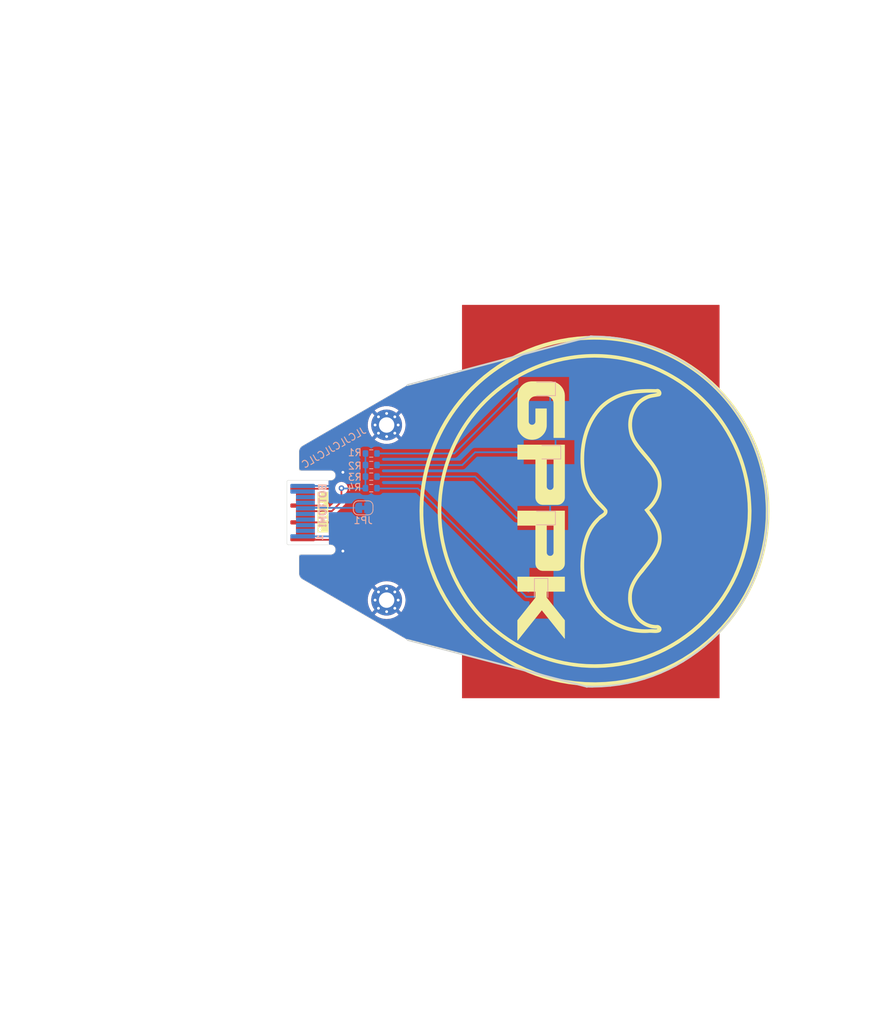
<source format=kicad_pcb>
(kicad_pcb (version 20240108) (generator "pcbnew") (generator_version "8.0")
  (layers (0 "F.Cu" signal) (31 "B.Cu" signal) (34 "B.Paste" user) (35 "F.Paste" user) (36 "B.SilkS" user "B.Silkscreen") (37 "F.SilkS" user "F.Silkscreen") (38 "B.Mask" user) (39 "F.Mask" user) (44 "Edge.Cuts" user))
  (net 0 "")
  (net 1 "/GND")
  (net 2 "/SDA")
  (net 3 "/SCL")
  (net 4 "/LS_C")
  (net 5 "/LS_D")
  (net 6 "/LS_E")
  (net 7 "/HS_F")
  (net 8 "/HS_G")
  (net 9 "/3V3")
  (net 10 "/HS_H")
  (net 11 "/HS_I")
  (net 12 "Net-(D1-A)")
  (net 13 "/HEXP_DET")
  (net 14 "Net-(D2-A)")
  (net 15 "Net-(D3-A)")
  (net 16 "Net-(D5-A)")
  (footprint "tildagon:hexpansion-edge-connector" (layer "F.Cu") (at 98.25 100)
    (property "Reference" "J1" (hide yes))
    (property "Value" "Hexpansion-Connector" (hide yes))
    (fp_line (start 0 4.4) (end 0 -4.4) (stroke (width 0.05)) (layer "Edge.Cuts"))
    (fp_line (start 6.25 -6) (end 2 -6) (stroke (width 0.05)) (layer "Edge.Cuts"))
    (fp_line (start 6.25 -4.6) (end 0.2 -4.6) (stroke (width 0.05)) (layer "Edge.Cuts"))
    (fp_line (start 6.25 4.6) (end 0.2 4.6) (stroke (width 0.05)) (layer "Edge.Cuts"))
    (fp_line (start 6.25 6) (end 2 6) (stroke (width 0.05)) (layer "Edge.Cuts"))
    (fp_arc (start 0 -4.4) (mid 0.058579 -4.541421) (end 0.2 -4.6) (stroke (width 0.05)) (layer "Edge.Cuts"))
    (fp_arc (start 0.2 4.6) (mid 0.058579 4.541421) (end 0 4.4) (stroke (width 0.05)) (layer "Edge.Cuts"))
    (fp_arc (start 6.25 -6) (mid 6.744975 -5.794975) (end 6.95 -5.3) (stroke (width 0.05)) (layer "Edge.Cuts"))
    (fp_arc (start 6.25 4.6) (mid 6.744975 4.805025) (end 6.95 5.3) (stroke (width 0.05)) (layer "Edge.Cuts"))
    (fp_arc (start 6.95 -5.3) (mid 6.744975 -4.805025) (end 6.25 -4.6) (stroke (width 0.05)) (layer "Edge.Cuts"))
    (fp_arc (start 6.95 5.3) (mid 6.744975 5.794975) (end 6.25 6) (stroke (width 0.05)) (layer "Edge.Cuts"))
  )
  (footprint "MountingHole:MountingHole_2.2mm_M2_Pad_Via" (layer "F.Cu") (at 112.5 87.5)
    (property "Reference" "H2" (hide yes))
    (property "Value" "MountingHole_Pad")
  )
  (footprint "MountingHole:MountingHole_2.2mm_M2_Pad_Via" (layer "F.Cu") (at 112.5 112.5)
    (property "Reference" "H1" (hide yes))
    (property "Value" "MountingHole_Pad")
  )
  (footprint "Jumper:SolderJumper-2_P1.3mm_Bridged_RoundedPad1.0x1.5mm" (layer "B.Cu") (at 109.15 99.325)
    (property "Reference" "JP1")
    (property "Value" "SolderJumper_2_Bridged" (hide yes))
  )
  (footprint "LED_SMD:LED_0805_2012Metric" (layer "B.Cu") (at 135.6868 91.3892 180)
    (property "Reference" "D2" (hide yes))
    (property "Value" "LED")
  )
  (footprint "Resistor_SMD:R_0603_1608Metric" (layer "B.Cu") (at 110.3 96.52)
    (property "Reference" "R4")
    (property "Value" "R")
  )
  (footprint "Resistor_SMD:R_0603_1608Metric" (layer "B.Cu") (at 110.3 93.218)
    (property "Reference" "R2")
    (property "Value" "R" (hide yes))
  )
  (footprint "Resistor_SMD:R_0603_1608Metric" (layer "B.Cu") (at 110.299 94.869)
    (property "Reference" "R3")
    (property "Value" "R" (hide yes))
  )
  (footprint "LED_SMD:LED_0805_2012Metric" (layer "B.Cu") (at 134.5692 111.0944 -90)
    (property "Reference" "D4" (hide yes))
    (property "Value" "LED")
  )
  (footprint "Resistor_SMD:R_0603_1608Metric" (layer "B.Cu") (at 110.3 91.567)
    (property "Reference" "R1")
    (property "Value" "R" (hide yes))
  )
  (footprint "LED_SMD:LED_0805_2012Metric" (layer "B.Cu") (at 134.9196 100.7872 180)
    (property "Reference" "D3" (hide yes))
    (property "Value" "LED")
  )
  (footprint "LED_SMD:LED_0805_2012Metric" (layer "B.Cu") (at 134.93 82.3468 180)
    (property "Reference" "D1" (hide yes))
    (property "Value" "LED")
  )
  (gr_poly (pts (xy 151.109619 82.905533) (xy 151.04451 82.929306) (xy 150.97319 82.950493) (xy 150.897232 82.969093) (xy 150.817139 82.985634) (xy 150.73291 83.000618) (xy 150.557724 83.029037) (xy 150.377365 83.056946) (xy 150.199081 83.0895) (xy 150.112778 83.10862) (xy 150.029068 83.130325) (xy 149.948456 83.154617) (xy 149.873001 83.182518) (xy 149.68129 83.249184) (xy 149.495758 83.325661) (xy 149.315933 83.411446) (xy 149.142303 83.506012) (xy 148.974869 83.608849) (xy 148.813644 83.719955) (xy 148.658615 83.838295) (xy 148.509781 83.964386) (xy 148.367676 84.09771) (xy 148.231766 84.237755) (xy 148.10257 84.383476) (xy 147.980087 84.535408) (xy 147.864868 84.693024) (xy 147.756348 84.855804) (xy 147.654541 85.023232) (xy 147.559982 85.19532) (xy 147.472641 85.371536) (xy 147.392532 85.551369) (xy 147.319672 85.734818) (xy 147.254044 85.921371) (xy 147.196167 86.109985) (xy 147.146042 86.301193) (xy 147.103668 86.494461) (xy 147.069046 86.689285) (xy 147.042175 86.885139) (xy 147.023056 87.082024) (xy 147.012207 87.279427) (xy 147.009613 87.47683) (xy 147.015305 87.673721) (xy 147.029251 87.870087) (xy 147.051468 88.06543) (xy 147.082489 88.259727) (xy 147.119171 88.484009) (xy 147.166718 88.70311) (xy 147.224594 88.916534) (xy 147.292282 89.124275) (xy 147.369812 89.327881) (xy 147.455063 89.526833) (xy 147.549118 89.721657) (xy 147.649887 89.912338) (xy 147.872101 90.283379) (xy 148.117554 90.643044) (xy 148.3806 90.993408) (xy 148.657059 91.33654) (xy 149.804276 92.690987) (xy 150.078171 93.037216) (xy 150.337067 93.391716) (xy 150.576843 93.756554) (xy 150.792328 94.134308) (xy 150.884842 94.311043) (xy 150.966492 94.490875) (xy 151.037277 94.672775) (xy 151.097229 94.856743) (xy 151.146317 95.042259) (xy 151.185074 95.229843) (xy 151.21402 95.418465) (xy 151.233139 95.607597) (xy 151.241913 95.797256) (xy 151.241913 95.987427) (xy 151.23262 96.177589) (xy 151.21402 96.367241) (xy 151.187134 96.556381) (xy 151.15097 96.744484) (xy 151.05484 97.116035) (xy 150.9272 97.480354) (xy 150.770111 97.833824) (xy 150.584595 98.1754) (xy 150.37323 98.50148) (xy 150.137589 98.80999) (xy 149.879211 99.098343) (xy 149.600159 99.36396) (xy 149.30249 99.604774) (xy 149.932434 100.451752) (xy 150.24353 100.886353) (xy 150.392349 101.107521) (xy 150.53447 101.332321) (xy 150.668304 101.56073) (xy 150.792328 101.793793) (xy 150.904984 102.030983) (xy 151.00473 102.273338) (xy 151.088959 102.521912) (xy 151.125122 102.648003) (xy 151.157166 102.775642) (xy 151.185074 102.90535) (xy 151.207809 103.036598) (xy 151.225372 103.169411) (xy 151.238297 103.303772) (xy 151.241913 103.337357) (xy 151.24501 103.371468) (xy 151.247604 103.40506) (xy 151.250183 103.438652) (xy 151.252258 103.472237) (xy 151.253799 103.505829) (xy 151.256378 103.572487) (xy 151.256912 103.69651) (xy 151.252258 103.820023) (xy 151.228989 104.062897) (xy 151.188171 104.301643) (xy 151.130814 104.536247) (xy 151.058472 104.766731) (xy 150.972168 104.993072) (xy 150.873459 105.215279) (xy 150.763901 105.433868) (xy 150.644531 105.648849) (xy 150.516373 105.859169) (xy 150.3815 106.066391) (xy 150.240952 106.269478) (xy 149.947937 106.665321) (xy 149.648209 107.046181) (xy 148.749039 108.152573) (xy 148.524261 108.43576) (xy 148.305145 108.723084) (xy 148.093781 109.015053) (xy 147.89328 109.312714) (xy 147.706207 109.616562) (xy 147.535172 109.927658) (xy 147.382721 110.245979) (xy 147.314499 110.40876) (xy 147.251968 110.573097) (xy 147.195648 110.740013) (xy 147.145523 110.909508) (xy 147.101608 111.081078) (xy 147.06543 111.255218) (xy 147.03598 111.431961) (xy 147.014786 111.611794) (xy 147.001343 111.794212) (xy 146.996185 111.979729) (xy 146.985321 112.196251) (xy 146.987396 112.412781) (xy 147.00032 112.628777) (xy 147.025116 112.843239) (xy 147.061295 113.056671) (xy 147.108322 113.268021) (xy 147.165161 113.47731) (xy 147.232849 113.682983) (xy 147.310379 113.88607) (xy 147.397705 114.08503) (xy 147.49382 114.279846) (xy 147.599243 114.469498) (xy 147.71344 114.654503) (xy 147.836441 114.833817) (xy 147.967178 115.006927) (xy 148.105667 115.173851) (xy 148.251404 115.333008) (xy 148.404892 115.485458) (xy 148.565079 115.629631) (xy 148.731476 115.765541) (xy 148.904602 115.89267) (xy 149.083908 116.009972) (xy 149.268402 116.117981) (xy 149.458557 116.216164) (xy 149.653381 116.302978) (xy 149.853378 116.378937) (xy 150.057999 116.443542) (xy 150.266266 116.495728) (xy 150.478653 116.535522) (xy 150.694672 116.562393) (xy 150.914291 116.575829) (xy 151.13649 116.57531) (xy 151.14476 116.588226) (xy 151.148392 116.600121) (xy 151.147858 116.610451) (xy 151.143738 116.62027) (xy 151.134949 116.62854) (xy 151.123062 116.635262) (xy 151.107559 116.641457) (xy 151.089478 116.64714) (xy 151.04451 116.6549) (xy 150.989731 116.659554) (xy 150.928757 116.661613) (xy 150.862091 116.661613) (xy 150.721008 116.65696) (xy 150.584076 116.648689) (xy 150.466248 116.640938) (xy 150.385132 116.637329) (xy 150.027008 116.658508) (xy 149.668365 116.667297) (xy 149.309219 116.6642) (xy 148.950592 116.647659) (xy 148.592987 116.618721) (xy 148.236938 116.576859) (xy 147.88295 116.521568) (xy 147.53154 116.452843) (xy 147.183243 116.370666) (xy 146.838058 116.274559) (xy 146.498016 116.16449) (xy 146.162125 116.040459) (xy 145.83139 115.90197) (xy 145.506866 115.749008) (xy 145.188538 115.581581) (xy 144.877441 115.399162) (xy 144.654724 115.273071) (xy 144.437164 115.139229) (xy 144.2258 114.998154) (xy 144.020142 114.850349) (xy 143.819641 114.69532) (xy 143.625839 114.534088) (xy 143.437225 114.366661) (xy 143.254807 114.193031) (xy 143.078598 114.013199) (xy 142.908051 113.828194) (xy 142.743729 113.637512) (xy 142.585083 113.44165) (xy 142.286911 113.035988) (xy 142.013535 112.612251) (xy 141.765488 112.171959) (xy 141.543289 111.717728) (xy 141.346909 111.251091) (xy 141.176392 110.774117) (xy 141.033234 110.287842) (xy 140.916443 109.794853) (xy 140.82756 109.296692) (xy 140.766586 108.795433) (xy 140.73558 108.302429) (xy 140.718018 107.802719) (xy 140.715424 107.298882) (xy 140.729889 106.792961) (xy 140.761932 106.286537) (xy 140.814117 105.781662) (xy 140.887512 105.280403) (xy 140.984146 104.784821) (xy 141.105591 104.296989) (xy 141.253372 103.818466) (xy 141.429077 103.351311) (xy 141.634232 102.897598) (xy 141.870911 102.459381) (xy 142.140152 102.038727) (xy 142.444 101.637207) (xy 142.784042 101.256866) (xy 142.8228 101.205711) (xy 142.865692 101.156616) (xy 142.911682 101.108559) (xy 142.96077 101.06205) (xy 143.065674 100.971611) (xy 143.177811 100.884804) (xy 143.412415 100.714783) (xy 143.528168 100.629517) (xy 143.639801 100.542183) (xy 143.743668 100.451752) (xy 143.792252 100.404716) (xy 143.837204 100.356148) (xy 143.879059 100.306541) (xy 143.917297 100.25486) (xy 143.951401 100.201637) (xy 143.980865 100.146339) (xy 144.005661 100.088463) (xy 144.02478 100.029037) (xy 144.038742 99.966507) (xy 144.047012 99.901909) (xy 144.048553 99.834213) (xy 144.043381 99.76342) (xy 144.031509 99.689522) (xy 144.011871 99.612526) (xy 143.913162 99.479202) (xy 143.809296 99.349487) (xy 143.700775 99.222366) (xy 143.589157 99.097313) (xy 143.357651 98.852364) (xy 143.120438 98.610001) (xy 142.883759 98.366089) (xy 142.767502 98.242584) (xy 142.653809 98.116493) (xy 142.542709 97.988335) (xy 142.43573 97.857079) (xy 142.33342 97.722717) (xy 142.236786 97.58371) (xy 142.006302 97.290703) (xy 141.798569 96.985809) (xy 141.613052 96.670586) (xy 141.448196 96.345543) (xy 141.302979 96.01223) (xy 141.176895 95.671165) (xy 141.067871 95.323379) (xy 140.975876 94.969917) (xy 140.899918 94.611282) (xy 140.837906 94.249542) (xy 140.789841 93.884712) (xy 140.753662 93.518326) (xy 140.729889 93.150902) (xy 140.715942 92.783485) (xy 140.711288 92.417618) (xy 140.715424 92.053299) (xy 140.736618 91.464699) (xy 140.7883 90.87249) (xy 140.870453 90.279243) (xy 140.983109 89.689102) (xy 141.127808 89.104637) (xy 141.304031 88.528961) (xy 141.512802 87.965691) (xy 141.754639 87.417923) (xy 142.029556 86.888237) (xy 142.338058 86.380775) (xy 142.681717 85.898117) (xy 143.059464 85.443878) (xy 143.472885 85.021164) (xy 143.921951 84.632561) (xy 144.160172 84.452728) (xy 144.407196 84.282196) (xy 144.664032 84.121994) (xy 144.929642 83.972649) (xy 145.28775 83.78093) (xy 145.653626 83.612465) (xy 146.026215 83.466743) (xy 146.404999 83.341682) (xy 146.788956 83.235229) (xy 147.178085 83.146347) (xy 147.570831 83.073998) (xy 147.96666 83.015602) (xy 148.365601 82.969612) (xy 148.766098 82.935509) (xy 149.569672 82.894165) (xy 150.372208 82.879181) (xy 151.168015 82.878143)) (stroke (width 0.069899) (color 242 237 161 1)) (fill solid) (layer "F.Cu") (net 1))
  (gr_poly (pts (xy 136.373062 96.280426) (xy 136.372528 96.306267) (xy 136.370468 96.332108) (xy 136.367889 96.357429) (xy 136.363754 96.382233) (xy 136.358078 96.406517) (xy 136.351868 96.430809) (xy 136.344116 96.454063) (xy 136.335327 96.476799) (xy 136.324997 96.499535) (xy 136.313629 96.52124) (xy 136.301743 96.542946) (xy 136.287796 96.564133) (xy 136.273331 96.584801) (xy 136.257309 96.604958) (xy 136.239731 96.624077) (xy 136.221649 96.643196) (xy 136.20253 96.661797) (xy 136.182892 96.678856) (xy 136.162735 96.69487) (xy 136.142059 96.709343) (xy 136.121399 96.723297) (xy 136.099686 96.735695) (xy 136.077469 96.747063) (xy 136.055252 96.756882) (xy 136.032501 96.765671) (xy 136.008728 96.773422) (xy 135.98497 96.780136) (xy 135.960678 96.785309) (xy 135.935867 96.789444) (xy 135.910553 96.792542) (xy 135.88472 96.79409) (xy 135.858353 96.794609) (xy 135.831482 96.79409) (xy 135.80513 96.792542) (xy 135.779297 96.789444) (xy 135.753449 96.785309) (xy 135.728653 96.780136) (xy 135.704361 96.773422) (xy 135.680588 96.765671) (xy 135.657333 96.756882) (xy 135.634598 96.747063) (xy 135.611862 96.735695) (xy 135.590149 96.723297) (xy 135.56897 96.709343) (xy 135.548309 96.69487) (xy 135.528137 96.678856) (xy 135.508499 96.661797) (xy 135.48938 96.643196) (xy 135.470779 96.624077) (xy 135.453735 96.604958) (xy 135.437714 96.584801) (xy 135.42273 96.564133) (xy 135.409302 96.542946) (xy 135.396881 96.52124) (xy 135.386032 96.499535) (xy 135.375702 96.476799) (xy 135.366913 96.454063) (xy 135.359161 96.430809) (xy 135.352448 96.406517) (xy 135.347275 96.382233) (xy 135.34314 96.357429) (xy 135.340042 96.332108) (xy 135.338501 96.306267) (xy 135.337982 96.280426) (xy 135.337982 92.406242) (xy 136.373062 92.406242)) (stroke (width 0.069899) (color 242 237 161 1)) (fill solid) (layer "F.Cu") (net 1))
  (gr_poly (pts (xy 136.373062 105.705177) (xy 136.372528 105.731529) (xy 136.370468 105.75737) (xy 136.367889 105.782692) (xy 136.363754 105.807503) (xy 136.358078 105.831779) (xy 136.351868 105.855553) (xy 136.344116 105.879334) (xy 136.335327 105.902061) (xy 136.324997 105.924278) (xy 136.313629 105.946503) (xy 136.301743 105.968208) (xy 136.287796 105.988876) (xy 136.273331 106.009552) (xy 136.257309 106.029701) (xy 136.239731 106.049339) (xy 136.221649 106.068459) (xy 136.20253 106.086548) (xy 136.182892 106.104118) (xy 136.162735 106.12014) (xy 136.142059 106.134613) (xy 136.121399 106.148041) (xy 136.099686 106.160454) (xy 136.077469 106.171806) (xy 136.055252 106.182152) (xy 136.032501 106.190933) (xy 136.008728 106.198692) (xy 135.98497 106.204887) (xy 135.960678 106.210571) (xy 135.935867 106.214706) (xy 135.910553 106.217293) (xy 135.88472 106.21936) (xy 135.858353 106.219872) (xy 135.831482 106.21936) (xy 135.80513 106.217293) (xy 135.779297 106.214706) (xy 135.753449 106.210571) (xy 135.728653 106.204887) (xy 135.704361 106.198692) (xy 135.680588 106.190933) (xy 135.657333 106.182152) (xy 135.634598 106.171806) (xy 135.611862 106.160454) (xy 135.590149 106.148041) (xy 135.56897 106.134613) (xy 135.548309 106.12014) (xy 135.528137 106.104118) (xy 135.508499 106.086548) (xy 135.48938 106.068459) (xy 135.470779 106.049339) (xy 135.453735 106.029701) (xy 135.437714 106.009552) (xy 135.42273 105.988876) (xy 135.409302 105.968208) (xy 135.396881 105.946503) (xy 135.386032 105.924278) (xy 135.375702 105.902061) (xy 135.366913 105.879334) (xy 135.359161 105.855553) (xy 135.352448 105.831779) (xy 135.347275 105.807503) (xy 135.34314 105.782692) (xy 135.340042 105.75737) (xy 135.338501 105.731529) (xy 135.337982 105.705177) (xy 135.337982 101.830994) (xy 136.373062 101.830994)) (stroke (width 0.069899) (color 242 237 161 1)) (fill solid) (layer "F.Cu") (net 1))
  (gr_poly (pts (xy 160.017609 126.469803) (xy 123.304611 126.469803) (xy 123.304611 109.192299) (xy 131.209549 109.192299) (xy 131.209549 111.256264) (xy 133.788208 111.256264) (xy 133.788208 112.158012) (xy 131.209549 115.390892) (xy 131.209549 118.229477) (xy 134.666183 113.901573) (xy 137.922836 117.969543) (xy 137.922836 115.390892) (xy 135.337982 112.158012) (xy 135.337982 111.256264) (xy 137.922836 111.256264) (xy 137.922836 109.192299) (xy 131.209549 109.192299) (xy 123.304611 109.192299) (xy 123.304611 99.767036) (xy 131.209549 99.767036) (xy 131.209549 101.830994) (xy 133.788208 101.830994) (xy 133.788208 107.254951) (xy 133.78923 107.307663) (xy 133.792862 107.359337) (xy 133.799057 107.409981) (xy 133.807327 107.459587) (xy 133.817657 107.508682) (xy 133.830582 107.55674) (xy 133.846069 107.603767) (xy 133.863647 107.649757) (xy 133.883804 107.695236) (xy 133.90654 107.739677) (xy 133.931351 107.783089) (xy 133.95874 107.825981) (xy 133.98819 107.867828) (xy 134.020218 107.908661) (xy 134.054337 107.948448) (xy 134.091019 107.987213) (xy 134.129257 108.023903) (xy 134.168533 108.058517) (xy 134.208847 108.090042) (xy 134.250183 108.120018) (xy 134.292572 108.146889) (xy 134.335968 108.171692) (xy 134.379898 108.194428) (xy 134.425369 108.214577) (xy 134.471878 108.232147) (xy 134.518906 108.247658) (xy 134.566971 108.260582) (xy 134.616577 108.271431) (xy 134.666702 108.279701) (xy 134.717865 108.285378) (xy 134.77005 108.289001) (xy 134.823288 108.290031) (xy 136.887756 108.290031) (xy 136.940979 108.289001) (xy 136.993179 108.285378) (xy 137.044342 108.279701) (xy 137.094452 108.271431) (xy 137.143555 108.260582) (xy 137.192123 108.247658) (xy 137.239151 108.232147) (xy 137.28566 108.214577) (xy 137.331131 108.194428) (xy 137.375061 108.171692) (xy 137.418472 108.146889) (xy 137.460846 108.120018) (xy 137.502182 108.090042) (xy 137.542496 108.058517) (xy 137.581772 108.023903) (xy 137.62001 107.987213) (xy 137.656693 107.948448) (xy 137.690811 107.908661) (xy 137.722839 107.867828) (xy 137.752304 107.825981) (xy 137.779678 107.783089) (xy 137.804489 107.739677) (xy 137.826721 107.695236) (xy 137.840683 107.663712) (xy 140.176437 107.663712) (xy 140.190399 108.214577) (xy 140.231735 108.766998) (xy 140.301498 109.31736) (xy 140.39917 109.864609) (xy 140.525772 110.406181) (xy 140.680801 110.939484) (xy 140.864258 111.462959) (xy 141.077164 111.974037) (xy 141.319 112.47065) (xy 141.590301 112.950211) (xy 141.891068 113.411171) (xy 142.221802 113.850929) (xy 142.582489 114.267441) (xy 142.973175 114.65863) (xy 143.394333 115.0214) (xy 143.845978 115.354721) (xy 144.173096 115.582611) (xy 144.508987 115.797073) (xy 144.852646 115.998093) (xy 145.204041 116.184639) (xy 145.562668 116.35672) (xy 145.928024 116.513298) (xy 146.299072 116.6549) (xy 146.675262 116.780991) (xy 147.056641 116.89106) (xy 147.442139 116.984589) (xy 147.831787 117.061073) (xy 148.224014 117.120499) (xy 148.619339 117.162361) (xy 149.016724 117.186653) (xy 149.41568 117.191811) (xy 149.815643 117.178886) (xy 149.92366 117.167526) (xy 150.034241 117.162361) (xy 150.145859 117.161842) (xy 150.258514 117.165459) (xy 150.713272 117.190262) (xy 150.826431 117.193359) (xy 150.938049 117.192848) (xy 151.048645 117.187157) (xy 151.157166 117.175278) (xy 151.263626 117.156158) (xy 151.368011 117.12825) (xy 151.41864 117.110161) (xy 151.468781 117.090012) (xy 151.518387 117.066757) (xy 151.566971 117.040916) (xy 151.610367 117.00164) (xy 151.648102 116.960823) (xy 151.68013 116.918961) (xy 151.707001 116.875549) (xy 151.729218 116.831627) (xy 151.745758 116.787193) (xy 151.758163 116.742233) (xy 151.765396 116.696747) (xy 151.768494 116.651787) (xy 151.767471 116.606323) (xy 151.762299 116.561882) (xy 151.752991 116.517441) (xy 151.740082 116.47403) (xy 151.723541 116.431648) (xy 151.703384 116.390312) (xy 151.68013 116.350517) (xy 151.653778 116.31176) (xy 151.624329 116.275589) (xy 151.592285 116.240967) (xy 151.557648 116.208412) (xy 151.520966 116.178436) (xy 151.481689 116.151047) (xy 151.440353 116.126251) (xy 151.396942 116.104538) (xy 151.35199 116.085937) (xy 151.305481 116.070953) (xy 151.257416 116.059578) (xy 151.208328 116.051826) (xy 151.158203 116.04821) (xy 151.10704 116.04821) (xy 151.055359 116.053383) (xy 151.003174 116.062683) (xy 150.821777 116.052353) (xy 150.64299 116.031158) (xy 150.466766 116.00119) (xy 150.293655 115.961403) (xy 150.123642 115.9123) (xy 149.957245 115.854942) (xy 149.794968 115.788803) (xy 149.635818 115.714378) (xy 149.480789 115.632217) (xy 149.330399 115.542824) (xy 149.184158 115.445671) (xy 149.043091 115.342308) (xy 148.906662 115.231728) (xy 148.775406 115.114937) (xy 148.649307 114.991951) (xy 148.529419 114.863274) (xy 148.414688 114.729431) (xy 148.306168 114.590424) (xy 148.203857 114.446762) (xy 148.107742 114.298447) (xy 148.018341 114.146004) (xy 147.936173 113.989418) (xy 147.860718 113.829742) (xy 147.79303 113.666451) (xy 147.732056 113.500053) (xy 147.679352 113.331581) (xy 147.634384 113.160019) (xy 147.597702 112.9869) (xy 147.569275 112.812241) (xy 147.549637 112.636017) (xy 147.538788 112.458252) (xy 147.536713 112.279968) (xy 147.52948 112.010223) (xy 147.542404 111.744598) (xy 147.57341 111.482597) (xy 147.621979 111.224739) (xy 147.686569 110.971001) (xy 147.766678 110.721413) (xy 147.861252 110.476982) (xy 147.968735 110.237198) (xy 148.088623 110.002068) (xy 148.21936 109.77211) (xy 148.360428 109.547317) (xy 148.509781 109.328209) (xy 148.667389 109.114273) (xy 148.831726 108.906532) (xy 149.00174 108.704483) (xy 149.176926 108.50811) (xy 149.39035 108.22699) (xy 149.612045 107.945869) (xy 150.066788 107.378464) (xy 150.293137 107.091141) (xy 150.51535 106.799683) (xy 150.729279 106.503578) (xy 150.932373 106.202301) (xy 151.121002 105.895348) (xy 151.292557 105.580643) (xy 151.44397 105.25869) (xy 151.510635 105.09436) (xy 151.571609 104.927452) (xy 151.625351 104.758461) (xy 151.672379 104.58741) (xy 151.711655 104.413261) (xy 151.743179 104.237053) (xy 151.766434 104.057732) (xy 151.780899 103.875313) (xy 151.786072 103.689789) (xy 151.782455 103.501694) (xy 151.770569 103.278969) (xy 151.743179 103.016449) (xy 151.699768 102.760651) (xy 151.641373 102.511063) (xy 151.568512 102.267662) (xy 151.482208 102.029427) (xy 151.384552 101.79689) (xy 151.276535 101.568993) (xy 151.158722 101.345238) (xy 151.032623 101.126129) (xy 150.898788 100.910118) (xy 150.759781 100.69825) (xy 150.615601 100.48896) (xy 150.31691 100.078133) (xy 150.013061 99.675056) (xy 150.156708 99.547409) (xy 150.295212 99.413567) (xy 150.428528 99.274559) (xy 150.556168 99.130898) (xy 150.795441 98.829109) (xy 151.011429 98.50975) (xy 151.203156 98.175919) (xy 151.369553 97.82917) (xy 151.509079 97.471573) (xy 151.568512 97.289154) (xy 151.620712 97.104668) (xy 151.666168 96.919151) (xy 151.703903 96.73156) (xy 151.733871 96.543465) (xy 151.756622 96.354324) (xy 151.771088 96.164154) (xy 151.777802 95.973984) (xy 151.77626 95.783821) (xy 151.766937 95.593651) (xy 151.748871 95.403481) (xy 151.722504 95.21434) (xy 151.686859 95.026238) (xy 151.642929 94.839691) (xy 151.59021 94.654175) (xy 151.527679 94.4702) (xy 151.456375 94.2883) (xy 151.375748 94.108986) (xy 151.213501 93.79789) (xy 151.037277 93.49662) (xy 150.847626 93.204132) (xy 150.647125 92.918877) (xy 150.437317 92.640343) (xy 150.220276 92.365936) (xy 149.772751 91.827469) (xy 149.318512 91.292618) (xy 148.873581 90.752083) (xy 148.658615 90.476646) (xy 148.451904 90.195526) (xy 148.25502 89.908211) (xy 148.070007 89.612618) (xy 147.979584 89.432785) (xy 147.897934 89.248299) (xy 147.760468 88.866928) (xy 147.657639 88.471603) (xy 147.588898 88.06646) (xy 147.555313 87.656151) (xy 147.556351 87.244286) (xy 147.593048 86.835007) (xy 147.66539 86.431931) (xy 147.714478 86.234016) (xy 147.772873 86.039192) (xy 147.840576 85.847473) (xy 147.916534 85.6604) (xy 148.002319 85.477989) (xy 148.096878 85.300217) (xy 148.200241 85.128136) (xy 148.312897 84.962257) (xy 148.43486 84.802574) (xy 148.566116 84.650131) (xy 148.706161 84.50544) (xy 148.855499 84.368492) (xy 149.014145 84.240334) (xy 149.182098 84.120964) (xy 149.359345 84.011414) (xy 149.546417 83.911674) (xy 149.661133 83.845528) (xy 149.778427 83.78817) (xy 149.897812 83.738045) (xy 150.01976 83.694633) (xy 150.143799 83.656906) (xy 150.268845 83.624351) (xy 150.395462 83.595932) (xy 150.523102 83.570091) (xy 151.035217 83.481209) (xy 151.28894 83.432114) (xy 151.413483 83.403694) (xy 151.536987 83.370621) (xy 151.58194 83.334969) (xy 151.621231 83.296722) (xy 151.655319 83.256416) (xy 151.683746 83.214043) (xy 151.707001 83.17012) (xy 151.725601 83.124641) (xy 151.739044 83.078651) (xy 151.747818 83.031624) (xy 151.752472 82.984085) (xy 151.752472 82.93602) (xy 151.748352 82.888481) (xy 151.740082 82.840935) (xy 151.728195 82.793915) (xy 151.712692 82.747925) (xy 151.693054 82.702965) (xy 151.670837 82.659554) (xy 151.644989 82.617699) (xy 151.616058 82.577904) (xy 151.584534 82.540184) (xy 151.549911 82.505554) (xy 151.512711 82.473) (xy 151.473419 82.444061) (xy 151.432083 82.418228) (xy 151.388168 82.396004) (xy 151.342682 82.377914) (xy 151.295654 82.363449) (xy 151.246567 82.354149) (xy 151.196442 82.348976) (xy 151.145279 82.348976) (xy 151.092575 82.354149) (xy 151.038818 82.365517) (xy 150.985092 82.38205) (xy 150.324661 82.368614) (xy 149.663208 82.368095) (xy 149.002258 82.388252) (xy 148.672562 82.407372) (xy 148.343903 82.433731) (xy 148.016281 82.468864) (xy 147.689682 82.512794) (xy 147.365158 82.566536) (xy 147.042175 82.630615) (xy 146.721771 82.706062) (xy 146.402939 82.793915) (xy 146.087189 82.894684) (xy 145.774551 83.009399) (xy 145.577667 83.084854) (xy 145.378708 83.168053) (xy 145.178207 83.257965) (xy 144.976151 83.355118) (xy 144.774612 83.458984) (xy 144.573074 83.569061) (xy 144.372559 83.685844) (xy 144.174652 83.808838) (xy 143.979309 83.938026) (xy 143.787598 84.072388) (xy 143.599487 84.212952) (xy 143.417069 84.359192) (xy 143.240341 84.510086) (xy 143.069809 84.666664) (xy 142.905991 84.828415) (xy 142.750961 84.994293) (xy 142.321014 85.503822) (xy 141.933441 86.039711) (xy 141.588242 86.599365) (xy 141.283356 87.180725) (xy 141.01825 87.781204) (xy 140.791397 88.397705) (xy 140.602249 89.028671) (xy 140.449814 89.671013) (xy 140.333023 90.322136) (xy 140.250336 90.979973) (xy 140.200729 91.641953) (xy 140.18367 92.305992) (xy 140.186264 92.417618) (xy 140.198151 92.968483) (xy 140.242584 93.627876) (xy 140.315964 94.281586) (xy 140.41777 94.927025) (xy 140.492706 95.275322) (xy 140.587784 95.615349) (xy 140.701996 95.946594) (xy 140.83429 96.270096) (xy 140.98259 96.58532) (xy 141.146408 96.893311) (xy 141.323654 97.194069) (xy 141.514343 97.487587) (xy 141.715881 97.774391) (xy 141.928268 98.054482) (xy 142.149445 98.328361) (xy 142.378372 98.596565) (xy 142.61351 98.858566) (xy 142.854309 99.114883) (xy 143.346802 99.612526) (xy 143.39743 99.648178) (xy 143.438782 99.683319) (xy 143.472366 99.71743) (xy 143.497162 99.751015) (xy 143.51474 99.784088) (xy 143.525589 99.816643) (xy 143.529205 99.848686) (xy 143.526627 99.880211) (xy 143.518356 99.911217) (xy 143.50441 99.941704) (xy 143.485291 99.972191) (xy 143.462021 100.002159) (xy 143.434647 100.031616) (xy 143.403641 100.061081) (xy 143.332321 100.119987) (xy 143.251709 100.177856) (xy 143.164886 100.235741) (xy 142.988159 100.35305) (xy 142.904953 100.412483) (xy 142.830032 100.47345) (xy 142.796951 100.504463) (xy 142.766983 100.53598) (xy 142.740631 100.567497) (xy 142.718918 100.600059) (xy 142.534958 100.764908) (xy 142.359253 100.935959) (xy 142.192337 101.113213) (xy 142.033173 101.295631) (xy 141.882278 101.483727) (xy 141.739136 101.676483) (xy 141.475586 102.076973) (xy 141.240982 102.495041) (xy 141.034271 102.928078) (xy 140.853912 103.374573) (xy 140.697861 103.832939) (xy 140.565567 104.300087) (xy 140.454971 104.775002) (xy 140.36557 105.254562) (xy 140.294785 105.738251) (xy 140.242081 106.222458) (xy 140.205902 106.706673) (xy 140.184189 107.187263) (xy 140.176437 107.663712) (xy 137.840683 107.663712) (xy 137.846863 107.649757) (xy 137.86496 107.603767) (xy 137.879944 107.55674) (xy 137.893372 107.508682) (xy 137.903717 107.459587) (xy 137.911987 107.409981) (xy 137.918182 107.359337) (xy 137.92128 107.307663) (xy 137.922836 107.254951) (xy 137.922836 99.767036) (xy 131.209549 99.767036) (xy 123.304611 99.767036) (xy 123.304611 90.341774) (xy 131.209549 90.341774) (xy 131.209549 92.406242) (xy 133.788208 92.406242) (xy 133.788208 97.829689) (xy 133.78923 97.882401) (xy 133.792862 97.934074) (xy 133.799057 97.984718) (xy 133.807327 98.034843) (xy 133.817657 98.08342) (xy 133.830582 98.131477) (xy 133.846069 98.178505) (xy 133.863647 98.225014) (xy 133.883804 98.269974) (xy 133.90654 98.314415) (xy 133.931351 98.358337) (xy 133.95874 98.400711) (xy 133.98819 98.442574) (xy 134.020218 98.483391) (xy 134.054337 98.523186) (xy 134.091019 98.562462) (xy 134.129257 98.599152) (xy 134.168533 98.633255) (xy 134.208847 98.665298) (xy 134.250183 98.694748) (xy 134.292572 98.722137) (xy 134.335968 98.746941) (xy 134.379898 98.769165) (xy 134.425369 98.789322) (xy 134.471878 98.806892) (xy 134.518906 98.822395) (xy 134.566971 98.835312) (xy 134.616577 98.846161) (xy 134.666702 98.854431) (xy 134.717865 98.860115) (xy 134.77005 98.863731) (xy 134.823288 98.864769) (xy 136.887756 98.864769) (xy 136.940979 98.863731) (xy 136.993179 98.860115) (xy 137.044342 98.854431) (xy 137.094452 98.846161) (xy 137.143555 98.835312) (xy 137.192123 98.822395) (xy 137.239151 98.806892) (xy 137.28566 98.789322) (xy 137.331131 98.769165) (xy 137.375061 98.746941) (xy 137.418472 98.722137) (xy 137.460846 98.694748) (xy 137.502182 98.665298) (xy 137.542496 98.633255) (xy 137.581772 98.599152) (xy 137.62001 98.562462) (xy 137.656693 98.523186) (xy 137.690811 98.483391) (xy 137.722839 98.442574) (xy 137.752304 98.400711) (xy 137.779678 98.358337) (xy 137.804489 98.314415) (xy 137.826721 98.269974) (xy 137.846863 98.225014) (xy 137.86496 98.178505) (xy 137.879944 98.131477) (xy 137.893372 98.08342) (xy 137.903717 98.034843) (xy 137.911987 97.984718) (xy 137.918182 97.934074) (xy 137.92128 97.882401) (xy 137.922836 97.829689) (xy 137.922836 90.341774) (xy 131.209549 90.341774) (xy 123.304611 90.341774) (xy 123.304611 87.50267) (xy 131.209549 87.50267) (xy 131.212128 87.608604) (xy 131.218842 87.712479) (xy 131.230728 87.814278) (xy 131.247269 87.914017) (xy 131.268448 88.012199) (xy 131.294815 88.108315) (xy 131.325302 88.20237) (xy 131.360962 88.29435) (xy 131.40126 88.38427) (xy 131.446228 88.472633) (xy 131.495834 88.558937) (xy 131.550095 88.643684) (xy 131.609009 88.725853) (xy 131.67308 88.806465) (xy 131.741821 88.885017) (xy 131.814682 88.961494) (xy 131.89064 89.034874) (xy 131.968674 89.103607) (xy 132.048782 89.167168) (xy 132.130936 89.226593) (xy 132.214661 89.280853) (xy 132.300949 89.330467) (xy 132.389328 89.37542) (xy 132.479233 89.415733) (xy 132.571228 89.451385) (xy 132.665787 89.48188) (xy 132.761902 89.507713) (xy 132.860092 89.529419) (xy 132.960342 89.545952) (xy 133.062668 89.557838) (xy 133.167053 89.56456) (xy 133.273499 89.567146) (xy 133.37944 89.56456) (xy 133.483322 89.557838) (xy 133.585114 89.545952) (xy 133.684845 89.529419) (xy 133.783035 89.507713) (xy 133.87915 89.48188) (xy 133.973206 89.451385) (xy 134.065186 89.415733) (xy 134.155624 89.37542) (xy 134.243469 89.330467) (xy 134.329773 89.280853) (xy 134.41452 89.226593) (xy 134.496689 89.167168) (xy 134.577301 89.103607) (xy 134.655838 89.034874) (xy 134.73233 88.961494) (xy 134.80571 88.885017) (xy 134.874435 88.806465) (xy 134.938522 88.725853) (xy 134.997421 88.643684) (xy 135.051681 88.558937) (xy 135.101288 88.472633) (xy 135.146255 88.38427) (xy 135.186569 88.29435) (xy 135.222229 88.20237) (xy 135.252716 88.108315) (xy 135.278549 88.012199) (xy 135.300247 87.914017) (xy 135.316788 87.814278) (xy 135.328674 87.712479) (xy 135.335388 87.608604) (xy 135.337982 87.50267) (xy 135.337982 85.178261) (xy 133.788208 85.178261) (xy 133.788208 86.982285) (xy 133.787689 87.008644) (xy 133.786133 87.034477) (xy 133.783035 87.059799) (xy 133.7789 87.08461) (xy 133.773727 87.109413) (xy 133.767014 87.133698) (xy 133.759262 87.156952) (xy 133.750473 87.180725) (xy 133.740143 87.203461) (xy 133.729294 87.225685) (xy 133.716888 87.247902) (xy 133.702942 87.269608) (xy 133.688461 87.290794) (xy 133.67244 87.311462) (xy 133.655395 87.331619) (xy 133.63678 87.351257) (xy 133.617661 87.369858) (xy 133.598038 87.386917) (xy 133.577881 87.402931) (xy 133.557724 87.417923) (xy 133.53653 87.431358) (xy 133.514832 87.443756) (xy 133.493118 87.455124) (xy 133.470398 87.464943) (xy 133.447662 87.473732) (xy 133.423889 87.481483) (xy 133.400116 87.488197) (xy 133.375824 87.49337) (xy 133.351013 87.497505) (xy 133.325699 87.500603) (xy 133.29985 87.502152) (xy 133.273499 87.50267) (xy 133.247665 87.502152) (xy 133.221832 87.500603) (xy 133.195984 87.497505) (xy 133.171188 87.49337) (xy 133.146378 87.488197) (xy 133.122604 87.481483) (xy 133.098831 87.473732) (xy 133.075592 87.464943) (xy 133.052322 87.455124) (xy 133.030106 87.443756) (xy 133.008408 87.431358) (xy 132.986694 87.417923) (xy 132.965515 87.402931) (xy 132.944839 87.386917) (xy 132.924179 87.369858) (xy 132.904541 87.351257) (xy 132.886963 87.331619) (xy 132.870422 87.311462) (xy 132.854919 87.290794) (xy 132.840973 87.269608) (xy 132.828049 87.247902) (xy 132.815659 87.225685) (xy 132.805313 87.203461) (xy 132.795502 87.180725) (xy 132.787231 87.156952) (xy 132.77948 87.133698) (xy 132.77327 87.109413) (xy 132.768112 87.08461) (xy 132.764496 87.059799) (xy 132.761398 87.034477) (xy 132.759842 87.008644) (xy 132.759323 86.982285) (xy 132.759323 84.403633) (xy 132.760361 84.35041) (xy 132.763977 84.298218) (xy 132.769653 84.247055) (xy 132.777924 84.196411) (xy 132.788269 84.147316) (xy 132.800659 84.099258) (xy 132.816162 84.05172) (xy 132.833221 84.005722) (xy 132.85286 83.960251) (xy 132.875076 83.91581) (xy 132.899368 83.872917) (xy 132.926239 83.830544) (xy 132.95517 83.7892) (xy 132.986191 83.748894) (xy 133.019775 83.709618) (xy 133.055939 83.67086) (xy 133.094711 83.634171) (xy 133.13501 83.600067) (xy 133.175842 83.568024) (xy 133.217178 83.538567) (xy 133.260071 83.511696) (xy 133.303482 83.486374) (xy 133.347916 83.464157) (xy 133.393402 83.444) (xy 133.439392 83.42643) (xy 133.48642 83.410927) (xy 133.53447 83.39801) (xy 133.583557 83.387161) (xy 133.633179 83.378891) (xy 133.684341 83.373207) (xy 133.736008 83.369591) (xy 133.788208 83.368553) (xy 135.337982 83.368553) (xy 135.391205 83.369591) (xy 135.44339 83.373207) (xy 135.494553 83.378891) (xy 135.544678 83.387161) (xy 135.594299 83.39801) (xy 135.642349 83.410927) (xy 135.689896 83.42643) (xy 135.735886 83.444) (xy 135.781372 83.464157) (xy 135.825287 83.486374) (xy 135.868698 83.511696) (xy 135.911072 83.538567) (xy 135.952408 83.568024) (xy 135.992722 83.600067) (xy 136.031998 83.634171) (xy 136.070236 83.67086) (xy 136.106918 83.709618) (xy 136.141022 83.748894) (xy 136.173065 83.7892) (xy 136.203049 83.830544) (xy 136.229919 83.872917) (xy 136.254715 83.91581) (xy 136.277451 83.960251) (xy 136.297607 84.005722) (xy 136.31517 84.05172) (xy 136.330688 84.099258) (xy 136.343597 84.147316) (xy 136.353928 84.196411) (xy 136.362198 84.247055) (xy 136.368408 84.298218) (xy 136.372025 84.35041) (xy 136.373062 84.403633) (xy 136.373062 89.306694) (xy 137.922836 89.306694) (xy 137.922836 83.368553) (xy 137.920242 83.262619) (xy 137.913528 83.158745) (xy 137.901123 83.056946) (xy 137.885101 82.957207) (xy 137.863403 82.859024) (xy 137.83757 82.763428) (xy 137.807068 82.668854) (xy 137.771423 82.576874) (xy 137.73111 82.486954) (xy 137.686157 82.39859) (xy 137.636551 82.312286) (xy 137.582291 82.227539) (xy 137.522858 82.14537) (xy 137.45929 82.064758) (xy 137.390564 81.986214) (xy 137.317184 81.909729) (xy 137.240707 81.83635) (xy 137.162155 81.767616) (xy 137.081543 81.704056) (xy 136.999374 81.64463) (xy 136.914627 81.59037) (xy 136.828323 81.540756) (xy 136.73996 81.495804) (xy 136.65004 81.45549) (xy 136.55806 81.420357) (xy 136.464005 81.389343) (xy 136.367889 81.36351) (xy 136.269699 81.341804) (xy 136.169968 81.325272) (xy 136.068161 81.313385) (xy 135.964294 81.306664) (xy 135.858353 81.304085) (xy 133.273499 81.304085) (xy 133.168091 81.306664) (xy 133.064209 81.313385) (xy 132.962418 81.325272) (xy 132.862671 81.341804) (xy 132.764496 81.36351) (xy 132.668381 81.389343) (xy 132.574326 81.420357) (xy 132.48233 81.45549) (xy 132.391907 81.495804) (xy 132.303528 81.540756) (xy 132.217239 81.59037) (xy 132.133011 81.64463) (xy 132.050842 81.704056) (xy 131.97023 81.767616) (xy 131.891678 81.83635) (xy 131.814682 81.909729) (xy 131.741821 81.985695) (xy 131.67308 82.06321) (xy 131.609009 82.143303) (xy 131.550095 82.225472) (xy 131.495834 82.309708) (xy 131.446228 82.395485) (xy 131.40126 82.483856) (xy 131.360962 82.573769) (xy 131.325302 82.666275) (xy 131.294815 82.760323) (xy 131.268448 82.856438) (xy 131.247269 82.955147) (xy 131.230728 83.055397) (xy 131.218842 83.157715) (xy 131.212128 83.2621) (xy 131.209549 83.368553) (xy 131.209549 87.50267) (xy 123.304611 87.50267) (xy 123.304611 70.387436) (xy 160.017609 70.387436)) (stroke (width 0.069899) (color 242 237 161 1)) (fill solid) (layer "F.Cu") (net 1))
  (gr_poly (pts (xy 137.922714 111.256264) (xy 135.337921 111.256264) (xy 135.337921 112.158211) (xy 137.922714 115.390709) (xy 137.922714 117.969452) (xy 134.666 113.901581) (xy 131.209534 118.229744) (xy 131.209534 115.390717) (xy 133.788269 112.158218) (xy 133.788269 111.256271) (xy 131.209534 111.256271) (xy 131.209534 109.192062) (xy 137.922714 109.192062)) (stroke (width 0.069916) (color 2 2 2 1)) (fill solid) (layer "F.SilkS"))
  (gr_poly (pts (xy 143.437665 74.797736) (xy 144.668932 74.889341) (xy 145.889736 75.040982) (xy 147.098027 75.25181) (xy 148.291757 75.520975) (xy 149.468876 75.847629) (xy 150.627335 76.230922) (xy 151.765085 76.670008) (xy 152.880078 77.164035) (xy 153.970264 77.712157) (xy 155.033593 78.313524) (xy 156.068018 78.967286) (xy 157.071489 79.672597) (xy 158.041957 80.428606) (xy 158.977372 81.234465) (xy 159.875687 82.089325) (xy 160.73055 82.987637) (xy 161.536412 83.92305) (xy 162.292424 84.893516) (xy 162.997737 85.896986) (xy 163.651502 86.93141) (xy 164.252872 87.99474) (xy 164.800996 89.084926) (xy 165.295027 90.19992) (xy 165.734115 91.337671) (xy 166.117412 92.496132) (xy 166.444068 93.673254) (xy 166.713236 94.866986) (xy 166.924066 96.07528) (xy 167.07571 97.296087) (xy 167.167319 98.527358) (xy 167.198044 99.767044) (xy 167.167319 101.006725) (xy 167.075711 102.237991) (xy 166.924068 103.458794) (xy 166.713239 104.667085) (xy 166.444072 105.860814) (xy 166.117417 107.037933) (xy 165.734122 108.196392) (xy 165.295036 109.334142) (xy 164.801008 110.449134) (xy 164.252886 111.539319) (xy 163.651519 112.602648) (xy 162.997756 113.637072) (xy 162.292446 114.640541) (xy 161.536436 115.611007) (xy 160.730577 116.546421) (xy 159.875717 117.444733) (xy 158.977405 118.299593) (xy 158.041991 119.105452) (xy 157.071524 119.861462) (xy 156.068053 120.566773) (xy 155.033628 121.220536) (xy 153.970298 121.821903) (xy 152.880111 122.370026) (xy 151.765118 122.864055) (xy 150.627367 123.303141) (xy 149.468907 123.686436) (xy 148.291788 124.013091) (xy 147.09806 124.282257) (xy 145.88977 124.493086) (xy 144.668969 124.644729) (xy 143.437705 124.736336) (xy 142.198029 124.767059) (xy 140.958349 124.736336) (xy 139.727084 124.644729) (xy 138.506281 124.493086) (xy 137.297991 124.282258) (xy 136.104262 124.013091) (xy 134.927144 123.686436) (xy 133.768685 123.303142) (xy 132.630935 122.864056) (xy 131.515943 122.370027) (xy 130.425757 121.821905) (xy 129.362429 121.220539) (xy 128.328005 120.566776) (xy 127.324536 119.861466) (xy 126.354071 119.105457) (xy 125.418658 118.299599) (xy 124.520348 117.44474) (xy 123.665487 116.54643) (xy 122.859628 115.611017) (xy 122.103618 114.640552) (xy 121.398306 113.637083) (xy 120.744542 112.602659) (xy 120.143174 111.53933) (xy 119.595051 110.449144) (xy 119.101021 109.334151) (xy 118.661933 108.1964) (xy 118.278637 107.03794) (xy 117.951981 105.860821) (xy 117.682813 104.66709) (xy 117.471983 103.458798) (xy 117.320339 102.237994) (xy 117.228731 101.006726) (xy 117.198006 99.767044) (xy 117.209616 99.298587) (xy 117.744291 99.298587) (xy 117.745867 100.426066) (xy 117.798923 101.552188) (xy 117.903644 102.674578) (xy 118.060217 103.790861) (xy 118.268827 104.89866) (xy 118.529659 105.995603) (xy 118.842899 107.079313) (xy 119.208733 108.147415) (xy 119.729136 109.472921) (xy 120.329133 110.762294) (xy 121.005288 112.012291) (xy 121.754164 113.219666) (xy 122.572326 114.381176) (xy 123.456338 115.493576) (xy 124.402763 116.553623) (xy 125.408166 117.558072) (xy 126.469111 118.503679) (xy 127.582162 119.387199) (xy 128.743882 120.205388) (xy 129.950837 120.955003) (xy 131.19959 121.632798) (xy 132.486705 122.23553) (xy 133.808746 122.759955) (xy 135.162277 123.202827) (xy 136.565457 123.585929) (xy 137.987981 123.879786) (xy 139.424893 124.085304) (xy 140.87123 124.203388) (xy 142.322035 124.23494) (xy 143.772348 124.180867) (xy 145.217209 124.042072) (xy 146.651659 123.81946) (xy 148.070738 123.513935) (xy 149.469487 123.126403) (xy 150.842947 122.657766) (xy 152.186157 122.10893) (xy 153.494159 121.4808) (xy 154.761993 120.774279) (xy 155.984699 119.990272) (xy 157.157318 119.129684) (xy 158.256792 118.237891) (xy 159.298251 117.281541) (xy 160.279687 116.264883) (xy 161.199091 115.192166) (xy 162.054457 114.067636) (xy 162.843777 112.895542) (xy 163.565041 111.680132) (xy 164.216244 110.425654) (xy 164.795376 109.136357) (xy 165.30043 107.816488) (xy 165.729398 106.470295) (xy 166.080272 105.102026) (xy 166.351045 103.71593) (xy 166.539708 102.316254) (xy 166.644253 100.907247) (xy 166.662674 99.493156) (xy 166.662659 99.493164) (xy 166.65277 99.115715) (xy 166.636583 98.738231) (xy 166.614059 98.360848) (xy 166.585159 97.983704) (xy 166.562958 97.496902) (xy 166.483776 96.81835) (xy 166.386922 96.142121) (xy 166.2724 95.468715) (xy 166.140213 94.798636) (xy 165.990366 94.132385) (xy 165.822863 93.470465) (xy 165.637708 92.813376) (xy 165.434904 92.161622) (xy 165.214456 91.515704) (xy 164.976369 90.876124) (xy 164.720645 90.243385) (xy 164.447289 89.617987) (xy 164.156306 89.000434) (xy 163.847698 88.391227) (xy 163.521471 87.790868) (xy 163.177628 87.19986) (xy 162.729773 86.480359) (xy 162.256913 85.777313) (xy 161.759779 85.091394) (xy 161.239103 84.423272) (xy 160.695617 83.773618) (xy 160.130052 83.143102) (xy 159.543141 82.532396) (xy 158.935616 81.94217) (xy 158.308207 81.373095) (xy 157.661648 80.825842) (xy 156.99667 80.301081) (xy 156.314005 79.799483) (xy 155.614385 79.321719) (xy 154.898541 78.86846) (xy 154.167206 78.440377) (xy 153.421112 78.038139) (xy 152.66696 77.66546) (xy 151.900396 77.319181) (xy 151.122373 76.999549) (xy 150.333845 76.706808) (xy 149.535765 76.441206) (xy 148.729087 76.202986) (xy 147.914764 75.992396) (xy 147.09375 75.80968) (xy 146.266998 75.655085) (xy 145.435462 75.528856) (xy 144.600095 75.431239) (xy 143.761851 75.36248) (xy 142.921683 75.322825) (xy 142.080544 75.312518) (xy 141.239389 75.331807) (xy 140.39917 75.380936) (xy 139.55516 75.456178) (xy 138.71455 75.561493) (xy 137.878283 75.696499) (xy 137.047303 75.860817) (xy 136.222554 76.054064) (xy 135.40498 76.275859) (xy 134.595524 76.525822) (xy 133.79513 76.803571) (xy 133.004742 77.108725) (xy 132.225303 77.440903) (xy 131.457759 77.799724) (xy 130.703051 78.184806) (xy 129.962124 78.59577) (xy 129.235922 79.032233) (xy 128.525388 79.493814) (xy 127.831467 79.980133) (xy 127.153815 80.489656) (xy 126.494583 81.022677) (xy 125.854418 81.578413) (xy 125.233969 82.156084) (xy 124.633886 82.75491) (xy 124.054817 83.37411) (xy 123.497412 84.012903) (xy 122.962319 84.670507) (xy 122.450188 85.346144) (xy 121.961668 86.039031) (xy 121.497407 86.748387) (xy 121.058055 87.473433) (xy 120.644261 88.213388) (xy 120.256673 88.967469) (xy 119.895941 89.734898) (xy 119.562714 90.514893) (xy 119.159126 91.567729) (xy 118.805534 92.638209) (xy 118.502124 93.723956) (xy 118.249081 94.822597) (xy 118.046591 95.931755) (xy 117.894839 97.049056) (xy 117.79401 98.172125) (xy 117.744291 99.298587) (xy 117.209616 99.298587) (xy 117.228729 98.527363) (xy 117.320336 97.296097) (xy 117.471979 96.075293) (xy 117.682808 94.867002) (xy 117.951974 93.673272) (xy 118.278629 92.496153) (xy 118.661924 91.337693) (xy 119.10101 90.199943) (xy 119.595039 89.08495) (xy 120.143162 87.994764) (xy 120.744529 86.931434) (xy 121.398292 85.89701) (xy 122.103603 84.89354) (xy 122.859613 83.923073) (xy 123.665472 82.98766) (xy 124.520332 82.089348) (xy 125.418643 81.234487) (xy 126.354055 80.428628) (xy 127.32452 79.672618) (xy 128.327989 78.967307) (xy 129.362412 78.313543) (xy 130.425741 77.712175) (xy 131.515925 77.164051) (xy 132.630916 76.670022) (xy 133.768664 76.230935) (xy 134.927121 75.847639) (xy 136.104237 75.520983) (xy 137.297963 75.251817) (xy 138.50625 75.040987) (xy 139.727048 74.889345) (xy 140.958309 74.797737) (xy 142.197983 74.767014)) (stroke (width -0.000001)) (fill solid) (layer "F.SilkS"))
  (gr_poly (pts (xy 137.922714 97.829895) (xy 137.921532 97.882412) (xy 137.917985 97.934031) (xy 137.912073 97.984751) (xy 137.903797 98.034572) (xy 137.893156 98.083496) (xy 137.880151 98.131521) (xy 137.864781 98.178647) (xy 137.847046 98.224875) (xy 137.826946 98.270205) (xy 137.804482 98.314636) (xy 137.779654 98.358169) (xy 137.75246 98.400803) (xy 137.722903 98.442539) (xy 137.69098 98.483376) (xy 137.656693 98.523315) (xy 137.620041 98.562355) (xy 137.581713 98.599005) (xy 137.542391 98.633291) (xy 137.502076 98.665212) (xy 137.460768 98.694769) (xy 137.418466 98.721961) (xy 137.375171 98.746788) (xy 137.330883 98.769251) (xy 137.285601 98.78935) (xy 137.239326 98.807083) (xy 137.192057 98.822453) (xy 137.143795 98.835457) (xy 137.09454 98.846097) (xy 137.044292 98.854373) (xy 136.993051 98.860284) (xy 136.940816 98.863831) (xy 136.887588 98.865013) (xy 134.823395 98.865013) (xy 134.770167 98.863831) (xy 134.717932 98.860284) (xy 134.666691 98.854373) (xy 134.616443 98.846097) (xy 134.567187 98.835457) (xy 134.518925 98.822453) (xy 134.471657 98.807083) (xy 134.425381 98.78935) (xy 134.380098 98.769251) (xy 134.335809 98.746788) (xy 134.292512 98.721961) (xy 134.250209 98.694769) (xy 134.208899 98.665212) (xy 134.168582 98.633291) (xy 134.129258 98.599005) (xy 134.090927 98.562355) (xy 134.054275 98.523315) (xy 134.019988 98.483376) (xy 133.988065 98.442539) (xy 133.958508 98.400803) (xy 133.931314 98.358169) (xy 133.906486 98.314636) (xy 133.884022 98.270205) (xy 133.863922 98.224875) (xy 133.846187 98.178647) (xy 133.830817 98.131521) (xy 133.817812 98.083496) (xy 133.807171 98.034572) (xy 133.798895 97.984751) (xy 133.792983 97.934031) (xy 133.789436 97.882412) (xy 133.788254 97.829895) (xy 133.788254 92.406075) (xy 135.337921 92.406075) (xy 135.337921 96.280235) (xy 135.338512 96.306482) (xy 135.340286 96.332256) (xy 135.343242 96.357556) (xy 135.34738 96.382384) (xy 135.3527 96.406739) (xy 135.359203 96.430621) (xy 135.366888 96.45403) (xy 135.375755 96.476966) (xy 135.385805 96.499429) (xy 135.397037 96.52142) (xy 135.409451 96.542937) (xy 135.423048 96.563982) (xy 135.437827 96.584554) (xy 135.453788 96.604653) (xy 135.470932 96.624279) (xy 135.489258 96.643433) (xy 135.508435 96.661757) (xy 135.528132 96.6789) (xy 135.548349 96.69486) (xy 135.569086 96.709638) (xy 135.590344 96.723234) (xy 135.612121 96.735648) (xy 135.634418 96.746879) (xy 135.657236 96.756928) (xy 135.680574 96.765796) (xy 135.704432 96.77348) (xy 135.72881 96.779983) (xy 135.753709 96.785303) (xy 135.779127 96.789441) (xy 135.805066 96.792397) (xy 135.831526 96.79417) (xy 135.858505 96.794762) (xy 135.884753 96.79417) (xy 135.910528 96.792397) (xy 135.93583 96.789441) (xy 135.960658 96.785303) (xy 135.985014 96.779983) (xy 136.008896 96.77348) (xy 136.032306 96.765796) (xy 136.055243 96.756928) (xy 136.077706 96.746879) (xy 136.099697 96.735648) (xy 136.121215 96.723234) (xy 136.142259 96.709638) (xy 136.162831 96.69486) (xy 136.18293 96.6789) (xy 136.202557 96.661757) (xy 136.22171 96.643433) (xy 136.240036 96.624279) (xy 136.25718 96.604653) (xy 136.273141 96.584554) (xy 136.28792 96.563982) (xy 136.301517 96.542937) (xy 136.313931 96.52142) (xy 136.325163 96.499429) (xy 136.335213 96.476966) (xy 136.34408 96.45403) (xy 136.351765 96.430621) (xy 136.358268 96.406739) (xy 136.363588 96.382384) (xy 136.367726 96.357556) (xy 136.370682 96.332256) (xy 136.372456 96.306482) (xy 136.373047 96.280235) (xy 136.373047 92.406075) (xy 135.337921 92.406075) (xy 133.788254 92.406075) (xy 131.209518 92.406075) (xy 131.209534 90.341873) (xy 137.922714 90.341873)) (stroke (width 0.069916) (color 2 2 2 1)) (fill solid) (layer "F.SilkS"))
  (gr_poly (pts (xy 137.922714 107.25499) (xy 137.921532 107.307506) (xy 137.917985 107.359125) (xy 137.912073 107.409845) (xy 137.903797 107.459666) (xy 137.893156 107.508589) (xy 137.880151 107.556613) (xy 137.864781 107.603739) (xy 137.847046 107.649966) (xy 137.826946 107.695295) (xy 137.804482 107.739726) (xy 137.779654 107.783258) (xy 137.75246 107.825891) (xy 137.722903 107.867627) (xy 137.69098 107.908463) (xy 137.656693 107.948402) (xy 137.620041 107.987442) (xy 137.581713 108.024094) (xy 137.542391 108.058381) (xy 137.502076 108.090304) (xy 137.460768 108.119862) (xy 137.418466 108.147055) (xy 137.375171 108.171884) (xy 137.330883 108.194348) (xy 137.285601 108.214447) (xy 137.239326 108.232182) (xy 137.192057 108.247552) (xy 137.143795 108.260557) (xy 137.09454 108.271198) (xy 137.044292 108.279474) (xy 136.993051 108.285386) (xy 136.940816 108.288933) (xy 136.887588 108.290115) (xy 134.823395 108.290115) (xy 134.770167 108.288933) (xy 134.717932 108.285386) (xy 134.666691 108.279474) (xy 134.616443 108.271198) (xy 134.567187 108.260557) (xy 134.518925 108.247552) (xy 134.471657 108.232182) (xy 134.425381 108.214447) (xy 134.380098 108.194348) (xy 134.335809 108.171884) (xy 134.292512 108.147055) (xy 134.250209 108.119862) (xy 134.208899 108.090304) (xy 134.168582 108.058381) (xy 134.129258 108.024094) (xy 134.090927 107.987442) (xy 134.054275 107.948402) (xy 134.019988 107.908463) (xy 133.988065 107.867627) (xy 133.958508 107.825891) (xy 133.931314 107.783258) (xy 133.906486 107.739726) (xy 133.884022 107.695295) (xy 133.863922 107.649966) (xy 133.846187 107.603739) (xy 133.830817 107.556613) (xy 133.817812 107.508589) (xy 133.807171 107.459666) (xy 133.798895 107.409845) (xy 133.792983 107.359125) (xy 133.789436 107.307506) (xy 133.788254 107.25499) (xy 133.788254 101.831169) (xy 135.337921 101.831169) (xy 135.337921 105.705322) (xy 135.338512 105.731569) (xy 135.340286 105.757343) (xy 135.343242 105.782644) (xy 135.34738 105.807472) (xy 135.3527 105.831827) (xy 135.359203 105.85571) (xy 135.366888 105.879119) (xy 135.375755 105.902056) (xy 135.385805 105.924519) (xy 135.397037 105.94651) (xy 135.409451 105.968028) (xy 135.423048 105.989072) (xy 135.437827 106.009644) (xy 135.453788 106.029742) (xy 135.470932 106.049367) (xy 135.489258 106.06852) (xy 135.508435 106.086846) (xy 135.528132 106.103989) (xy 135.548349 106.11995) (xy 135.569086 106.134729) (xy 135.590344 106.148326) (xy 135.612121 106.16074) (xy 135.634418 106.171972) (xy 135.657236 106.182022) (xy 135.680574 106.190889) (xy 135.704432 106.198575) (xy 135.72881 106.205077) (xy 135.753709 106.210398) (xy 135.779127 106.214536) (xy 135.805066 106.217492) (xy 135.831526 106.219265) (xy 135.858505 106.219856) (xy 135.884753 106.219265) (xy 135.910528 106.217492) (xy 135.93583 106.214536) (xy 135.960658 106.210398) (xy 135.985014 106.205077) (xy 136.008896 106.198575) (xy 136.032306 106.190889) (xy 136.055243 106.182022) (xy 136.077706 106.171972) (xy 136.099697 106.16074) (xy 136.121215 106.148326) (xy 136.142259 106.134729) (xy 136.162831 106.11995) (xy 136.18293 106.103989) (xy 136.202557 106.086846) (xy 136.22171 106.06852) (xy 136.240036 106.049367) (xy 136.25718 106.029742) (xy 136.273141 106.009644) (xy 136.28792 105.989072) (xy 136.301517 105.968028) (xy 136.313931 105.94651) (xy 136.325163 105.924519) (xy 136.335213 105.902056) (xy 136.34408 105.879119) (xy 136.351765 105.85571) (xy 136.358268 105.831827) (xy 136.363588 105.807472) (xy 136.367726 105.782644) (xy 136.370682 105.757343) (xy 136.372456 105.731569) (xy 136.373047 105.705322) (xy 136.373047 101.831169) (xy 135.337921 101.831169) (xy 133.788254 101.831169) (xy 131.209518 101.831169) (xy 131.209534 99.766975) (xy 137.922714 99.766975)) (stroke (width 0.069916) (color 2 2 2 1)) (fill solid) (layer "F.SilkS"))
  (gr_poly (pts (xy 142.789686 77.373884) (xy 143.369432 77.396868) (xy 143.948363 77.435047) (xy 144.526079 77.48846) (xy 145.102178 77.557146) (xy 145.67626 77.641142) (xy 146.247925 77.740486) (xy 146.743978 77.835272) (xy 147.237628 77.941863) (xy 147.728639 78.060099) (xy 148.216779 78.189824) (xy 148.701814 78.33088) (xy 149.183508 78.483109) (xy 149.661629 78.646354) (xy 150.135942 78.820457) (xy 150.606214 79.005261) (xy 151.07221 79.200608) (xy 151.533696 79.40634) (xy 151.990438 79.6223) (xy 152.442202 79.848331) (xy 152.888755 80.084273) (xy 153.329862 80.329971) (xy 153.765289 80.585266) (xy 154.225212 80.868979) (xy 154.677743 81.16394) (xy 155.122701 81.469914) (xy 155.559906 81.786666) (xy 155.989175 82.113959) (xy 156.410326 82.451558) (xy 156.823179 82.799227) (xy 157.227551 83.156732) (xy 157.62326 83.523835) (xy 158.010126 83.900302) (xy 158.387967 84.285897) (xy 158.756601 84.680385) (xy 159.115847 85.083529) (xy 159.465522 85.495094) (xy 159.805446 85.914844) (xy 160.135437 86.342545) (xy 160.471683 86.807455) (xy 160.796289 87.280626) (xy 161.109033 87.761757) (xy 161.409692 88.250549) (xy 161.698044 88.746703) (xy 161.973868 89.249919) (xy 162.236939 89.759897) (xy 162.487038 90.276338) (xy 162.72394 90.798941) (xy 162.947425 91.327409) (xy 163.157269 91.86144) (xy 163.353251 92.400735) (xy 163.535148 92.944995) (xy 163.702739 93.493921) (xy 163.8558 94.047212) (xy 163.99411 94.604568) (xy 164.13991 95.238431) (xy 164.262117 95.876508) (xy 164.362828 96.518143) (xy 164.444139 97.162679) (xy 164.508148 97.80946) (xy 164.556951 98.457829) (xy 164.592645 99.10713) (xy 164.617325 99.756706) (xy 164.617355 99.756699) (xy 164.583454 101.099177) (xy 164.464964 102.434955) (xy 164.264027 103.759834) (xy 163.982787 105.069617) (xy 163.623384 106.360103) (xy 163.187961 107.627095) (xy 162.678659 108.866395) (xy 162.097622 110.073803) (xy 161.446991 111.245122) (xy 160.728907 112.376152) (xy 159.945514 113.462696) (xy 159.098953 114.500555) (xy 158.191366 115.48553) (xy 157.224895 116.413423) (xy 156.201683 117.280036) (xy 155.123871 118.081169) (xy 154.198035 118.704946) (xy 153.241646 119.279552) (xy 152.257389 119.804333) (xy 151.247955 120.278632) (xy 150.216029 120.701795) (xy 149.1643 121.073165) (xy 148.095457 121.392089) (xy 147.012186 121.657909) (xy 145.917176 121.869972) (xy 144.813114 122.02762) (xy 143.702689 122.1302) (xy 142.588588 122.177055) (xy 141.4735 122.16753) (xy 140.360111 122.100969) (xy 139.25111 121.976718) (xy 138.149185 121.794121) (xy 137.653 121.69937) (xy 137.159234 121.592771) (xy 136.668118 121.474488) (xy 136.179882 121.344688) (xy 135.694758 121.203535) (xy 135.212975 121.051194) (xy 134.734766 120.887832) (xy 134.260361 120.713612) (xy 133.78999 120.5287) (xy 133.323885 120.333261) (xy 132.862277 120.12746) (xy 132.405395 119.911463) (xy 131.953472 119.685435) (xy 131.506738 119.449541) (xy 131.065424 119.203945) (xy 130.629761 118.948814) (xy 130.170293 118.664653) (xy 129.718217 118.369327) (xy 129.273703 118.06307) (xy 128.836924 117.746116) (xy 128.408053 117.4187) (xy 127.987262 117.081056) (xy 127.574724 116.733418) (xy 127.17061 116.37602) (xy 126.775094 116.009098) (xy 126.388347 115.632884) (xy 126.010542 115.247614) (xy 125.641852 114.853521) (xy 125.282448 114.45084) (xy 124.932503 114.039805) (xy 124.59219 113.620651) (xy 124.261681 113.193611) (xy 123.925692 112.728412) (xy 123.601264 112.255011) (xy 123.28863 111.773701) (xy 122.98802 111.284774) (xy 122.699666 110.788523) (xy 122.423801 110.285241) (xy 122.160656 109.775219) (xy 121.910462 109.258751) (xy 121.673453 108.736129) (xy 121.449859 108.207645) (xy 121.239912 107.673592) (xy 121.043844 107.134263) (xy 120.861887 106.589949) (xy 120.694273 106.040945) (xy 120.541233 105.487541) (xy 120.403 104.930031) (xy 120.277358 104.370432) (xy 120.166123 103.807656) (xy 120.069356 103.242098) (xy 119.987118 102.674155) (xy 119.919469 102.104222) (xy 119.866469 101.532696) (xy 119.828178 100.959972) (xy 119.804658 100.386446) (xy 119.795968 99.812515) (xy 119.79646 99.767006) (xy 120.308922 99.767006) (xy 120.337411 100.893413) (xy 120.421946 102.005033) (xy 120.561152 103.10049) (xy 120.753653 104.17841) (xy 120.998076 105.237417) (xy 121.293043 106.276135) (xy 121.637181 107.29319) (xy 122.029113 108.287206) (xy 122.467464 109.256808) (xy 122.95086 110.20062) (xy 123.477924 111.117267) (xy 124.047282 112.005374) (xy 124.657559 112.863566) (xy 125.307378 113.690467) (xy 125.995365 114.484702) (xy 126.720144 115.244895) (xy 127.480341 115.969672) (xy 128.274579 116.657656) (xy 129.101485 117.307474) (xy 129.959681 117.917748) (xy 130.847794 118.487105) (xy 131.764447 119.014168) (xy 132.708266 119.497563) (xy 133.677876 119.935914) (xy 134.6719 120.327846) (xy 135.688964 120.671983) (xy 136.727692 120.966951) (xy 137.78671 121.211373) (xy 138.864641 121.403875) (xy 139.960111 121.543081) (xy 141.071744 121.627616) (xy 142.198166 121.656105) (xy 143.2836 121.629214) (xy 144.361666 121.549015) (xy 145.430571 121.41625) (xy 146.488522 121.231663) (xy 147.533722 120.995996) (xy 148.564379 120.709994) (xy 149.578699 120.374398) (xy 150.574886 119.989953) (xy 151.551148 119.557401) (xy 152.50569 119.077486) (xy 153.436717 118.55095) (xy 154.342436 117.978538) (xy 155.221052 117.360991) (xy 156.070772 116.699054) (xy 156.889801 115.993469) (xy 157.676346 115.24498) (xy 158.424845 114.458445) (xy 159.13044 113.639424) (xy 159.792387 112.789712) (xy 160.409943 111.911103) (xy 160.982365 111.005392) (xy 161.50891 110.074372) (xy 161.988835 109.119839) (xy 162.421396 108.143586) (xy 162.805851 107.147409) (xy 163.141457 106.133101) (xy 163.427469 105.102458) (xy 163.663146 104.057273) (xy 163.847743 102.99934) (xy 163.980519 101.930456) (xy 164.060729 100.852413) (xy 164.087631 99.767006) (xy 164.060723 98.681574) (xy 163.980506 97.603509) (xy 163.847724 96.534606) (xy 163.663118 95.476659) (xy 163.427434 94.431462) (xy 163.141413 93.40081) (xy 162.8058 92.386495) (xy 162.421337 91.390313) (xy 161.988768 90.414058) (xy 161.508836 89.459524) (xy 160.982284 88.528505) (xy 160.409855 87.622795) (xy 159.792293 86.744189) (xy 159.130341 85.89448) (xy 158.424742 85.075463) (xy 157.676239 84.288933) (xy 156.889692 83.540448) (xy 156.070659 82.834868) (xy 155.220935 82.172936) (xy 154.342313 81.555395) (xy 153.436588 80.982988) (xy 152.505553 80.456458) (xy 151.551003 79.976549) (xy 150.574732 79.544003) (xy 149.578533 79.159565) (xy 148.5642 78.823976) (xy 147.533528 78.53798) (xy 146.48831 78.302321) (xy 145.43034 78.11774) (xy 144.361413 77.984982) (xy 143.283322 77.90479) (xy 142.197861 77.877907) (xy 141.071453 77.906403) (xy 139.959834 77.990946) (xy 138.864377 78.13016) (xy 137.786458 78.322669) (xy 136.727453 78.567098) (xy 135.688737 78.862072) (xy 134.671685 79.206216) (xy 133.677672 79.598153) (xy 132.708073 80.03651) (xy 131.764265 80.51991) (xy 130.847622 81.046978) (xy 129.95952 81.616339) (xy 129.101333 82.226617) (xy 128.274437 82.876437) (xy 127.480208 83.564424) (xy 126.72002 84.289203) (xy 125.99525 85.049397) (xy 125.307271 85.843632) (xy 124.65746 86.670533) (xy 124.047192 87.528723) (xy 123.477843 88.416829) (xy 122.950786 89.333473) (xy 122.467398 90.277282) (xy 122.029054 91.246879) (xy 121.63713 92.240889) (xy 121.293 93.257938) (xy 120.99804 94.296649) (xy 120.753625 95.355647) (xy 120.56113 96.433557) (xy 120.421931 97.529004) (xy 120.337403 98.640612) (xy 120.308922 99.767006) (xy 119.79646 99.767006) (xy 119.80217 99.238573) (xy 119.823322 98.665018) (xy 119.859487 98.092245) (xy 119.910724 97.520651) (xy 119.977093 96.95063) (xy 120.058656 96.382579) (xy 120.155472 95.816895) (xy 120.248521 95.314118) (xy 120.353868 94.81379) (xy 120.471329 94.316149) (xy 120.600718 93.821435) (xy 120.741853 93.329888) (xy 120.894548 92.841746) (xy 121.058619 92.357249) (xy 121.233883 91.876637) (xy 121.420154 91.400148) (xy 121.617249 90.928022) (xy 121.824983 90.460499) (xy 122.043172 89.997818) (xy 122.271632 89.540219) (xy 122.510178 89.08794) (xy 122.758626 88.641221) (xy 123.016792 88.200302) (xy 123.300498 87.740387) (xy 123.595442 87.287873) (xy 123.90139 86.84294) (xy 124.218108 86.405769) (xy 124.545362 85.976539) (xy 124.882918 85.555431) (xy 125.230541 85.142625) (xy 125.587997 84.7383) (xy 125.955053 84.342638) (xy 126.331473 83.955818) (xy 126.717024 83.578021) (xy 127.111472 83.209426) (xy 127.514582 82.850213) (xy 127.92612 82.500564) (xy 128.345852 82.160657) (xy 128.773544 81.830673) (xy 129.238456 81.494421) (xy 129.711627 81.169798) (xy 130.192758 80.857028) (xy 130.68155 80.556336) (xy 131.177703 80.267944) (xy 131.680918 79.992076) (xy 132.190895 79.728957) (xy 132.707335 79.478809) (xy 133.229937 79.241858) (xy 133.758404 79.018326) (xy 134.292434 78.808437) (xy 134.83173 78.612415) (xy 135.37599 78.430484) (xy 135.924916 78.262868) (xy 136.478209 78.10979) (xy 137.035568 77.971474) (xy 137.601423 77.844587) (xy 138.17047 77.732516) (xy 138.742309 77.635299) (xy 139.316539 77.552974) (xy 139.892759 77.485579) (xy 140.470568 77.433152) (xy 141.049566 77.395731) (xy 141.629353 77.373354) (xy 142.209526 77.366059)) (stroke (width -0.000001)) (fill solid) (layer "F.SilkS"))
  (gr_poly (pts (xy 151.246709 82.353946) (xy 151.295516 82.363604) (xy 151.342762 82.377714) (xy 151.388282 82.396001) (xy 151.431911 82.418189) (xy 151.473487 82.444003) (xy 151.512845 82.473165) (xy 151.549821 82.505401) (xy 151.584252 82.540434) (xy 151.615974 82.577989) (xy 151.644822 82.61779) (xy 151.670633 82.65956) (xy 151.693244 82.703025) (xy 151.712489 82.747907) (xy 151.728207 82.793932) (xy 151.740231 82.840823) (xy 151.748399 82.888304) (xy 151.752547 82.936101) (xy 151.752511 82.983936) (xy 151.748127 83.031533) (xy 151.739231 83.078618) (xy 151.72566 83.124914) (xy 151.707249 83.170145) (xy 151.683834 83.214036) (xy 151.655253 83.25631) (xy 151.62134 83.296691) (xy 151.581932 83.334905) (xy 151.536865 83.370674) (xy 151.413586 83.403504) (xy 151.288695 83.432293) (xy 151.035329 83.481327) (xy 150.523029 83.570245) (xy 150.395621 83.595783) (xy 150.269105 83.624432) (xy 150.143796 83.657087) (xy 150.020005 83.694641) (xy 149.898047 83.737988) (xy 149.778234 83.788022) (xy 149.660879 83.845638) (xy 149.546295 83.911728) (xy 149.359644 84.01141) (xy 149.182331 84.121118) (xy 149.014329 84.240355) (xy 148.855611 84.368625) (xy 148.70615 84.505431) (xy 148.565917 84.650278) (xy 148.434887 84.80267) (xy 148.313031 84.962109) (xy 148.200322 85.1281) (xy 148.096734 85.300146) (xy 148.002238 85.477751) (xy 147.916807 85.660419) (xy 147.840415 85.847653) (xy 147.773033 86.038958) (xy 147.714635 86.233836) (xy 147.665194 86.431792) (xy 147.593069 86.834952) (xy 147.556443 87.244467) (xy 147.555095 87.656367) (xy 147.588808 88.066681) (xy 147.657364 88.47144) (xy 147.760543 88.866672) (xy 147.898128 89.248409) (xy 147.979755 89.432975) (xy 148.069901 89.612679) (xy 148.255179 89.908062) (xy 148.452105 90.195605) (xy 148.658792 90.476576) (xy 148.873354 90.752246) (xy 149.318557 91.292761) (xy 149.772621 91.827311) (xy 150.220454 92.366053) (xy 150.437317 92.640172) (xy 150.646963 92.919149) (xy 150.847504 93.204254) (xy 151.037056 93.496758) (xy 151.21373 93.79793) (xy 151.375641 94.109039) (xy 151.456463 94.288526) (xy 151.527878 94.470265) (xy 151.590031 94.653995) (xy 151.643066 94.839455) (xy 151.687129 95.026385) (xy 151.722362 95.214522) (xy 151.748912 95.403606) (xy 151.766922 95.593377) (xy 151.776536 95.783572) (xy 151.7779 95.973932) (xy 151.771158 96.164195) (xy 151.756454 96.3541) (xy 151.733933 96.543386) (xy 151.703739 96.731792) (xy 151.666017 96.919057) (xy 151.620911 97.10492) (xy 151.568565 97.289121) (xy 151.509125 97.471398) (xy 151.369539 97.829135) (xy 151.203307 98.176046) (xy 151.011586 98.510041) (xy 150.795531 98.829033) (xy 150.556298 99.130934) (xy 150.428352 99.274822) (xy 150.295044 99.413655) (xy 150.15652 99.547172) (xy 150.012924 99.67511) (xy 150.316946 100.078026) (xy 150.615406 100.488771) (xy 150.759654 100.697979) (xy 150.899037 100.910226) (xy 151.032396 101.125871) (xy 151.158573 101.345274) (xy 151.27641 101.568796) (xy 151.384748 101.796796) (xy 151.48243 102.029636) (xy 151.568296 102.267675) (xy 151.64119 102.511274) (xy 151.699951 102.760792) (xy 151.743423 103.016591) (xy 151.770447 103.27903) (xy 151.782349 103.501747) (xy 151.786299 103.690035) (xy 151.780799 103.875248) (xy 151.766244 104.057486) (xy 151.743027 104.236852) (xy 151.711543 104.41345) (xy 151.672186 104.587379) (xy 151.625351 104.758744) (xy 151.571431 104.927646) (xy 151.51082 105.094187) (xy 151.443913 105.25847) (xy 151.292787 105.580669) (xy 151.121206 105.895061) (xy 150.932323 106.202462) (xy 150.729293 106.503692) (xy 150.515267 106.799567) (xy 150.293401 107.090904) (xy 150.066846 107.378523) (xy 149.612288 107.945872) (xy 149.39059 108.227239) (xy 149.176819 108.508156) (xy 149.002035 108.704272) (xy 148.831924 108.906428) (xy 148.66755 109.11446) (xy 148.509975 109.328207) (xy 148.360264 109.547507) (xy 148.21948 109.772199) (xy 148.088686 110.00212) (xy 147.968946 110.237108) (xy 147.861325 110.477003) (xy 147.766884 110.721641) (xy 147.686688 110.970861) (xy 147.621801 111.224502) (xy 147.573285 111.482401) (xy 147.542205 111.744396) (xy 147.529624 112.010326) (xy 147.536606 112.280029) (xy 147.538629 112.458305) (xy 147.549655 112.635768) (xy 147.569469 112.812114) (xy 147.597856 112.987034) (xy 147.634603 113.160224) (xy 147.679494 113.331377) (xy 147.732316 113.500186) (xy 147.792853 113.666345) (xy 147.860892 113.829548) (xy 147.936218 113.989488) (xy 148.018617 114.145859) (xy 148.107874 114.298355) (xy 148.203774 114.44667) (xy 148.306105 114.590497) (xy 148.41465 114.729529) (xy 148.529196 114.863461) (xy 148.649528 114.991987) (xy 148.775432 115.114799) (xy 148.906693 115.231591) (xy 149.043097 115.342058) (xy 149.18443 115.445892) (xy 149.330477 115.542788) (xy 149.481023 115.632439) (xy 149.635855 115.714539) (xy 149.794758 115.788781) (xy 149.957517 115.85486) (xy 150.123918 115.912468) (xy 150.293747 115.9613) (xy 150.46679 116.001049) (xy 150.642831 116.031409) (xy 150.821656 116.052074) (xy 151.003052 116.062737) (xy 151.055408 116.053282) (xy 151.107214 116.048426) (xy 151.158303 116.047967) (xy 151.208503 116.051703) (xy 151.257647 116.059433) (xy 151.305565 116.070955) (xy 151.352087 116.086068) (xy 151.397046 116.104569) (xy 151.44027 116.126257) (xy 151.481592 116.150931) (xy 151.520842 116.178389) (xy 151.557851 116.208429) (xy 151.59245 116.240849) (xy 151.624469 116.275449) (xy 151.653739 116.312026) (xy 151.680092 116.350378) (xy 151.703357 116.390305) (xy 151.723367 116.431604) (xy 151.739951 116.474073) (xy 151.75294 116.517512) (xy 151.762165 116.561719) (xy 151.767458 116.606491) (xy 151.768648 116.651627) (xy 151.765567 116.696927) (xy 151.758046 116.742187) (xy 151.745915 116.787206) (xy 151.729004 116.831783) (xy 151.707146 116.875717) (xy 151.680171 116.918804) (xy 151.647909 116.960845) (xy 151.610191 117.001636) (xy 151.566849 117.040977) (xy 151.518303 117.066984) (xy 151.468908 117.090048) (xy 151.41871 117.110325) (xy 151.367753 117.127968) (xy 151.263743 117.155971) (xy 151.157238 117.175291) (xy 151.048597 117.187161) (xy 150.938181 117.192816) (xy 150.82635 117.193489) (xy 150.713463 117.190414) (xy 150.258553 117.165312) (xy 150.145784 117.162004) (xy 150.034119 117.162352) (xy 149.923916 117.167588) (xy 149.815537 117.178947) (xy 149.415621 117.192025) (xy 149.016722 117.186407) (xy 148.619386 117.162471) (xy 148.224163 117.120589) (xy 147.831601 117.061138) (xy 147.442247 116.984492) (xy 147.056651 116.891026) (xy 146.675362 116.781115) (xy 146.298926 116.655132) (xy 145.927894 116.513455) (xy 145.562813 116.356456) (xy 145.204231 116.184511) (xy 144.852698 115.997995) (xy 144.508761 115.797282) (xy 144.172969 115.582748) (xy 143.845871 115.354767) (xy 143.394211 115.021536) (xy 142.973099 114.658369) (xy 142.582341 114.267468) (xy 142.221742 113.851035) (xy 141.89111 113.411272) (xy 141.590248 112.95038) (xy 141.318964 112.470561) (xy 141.077063 111.974016) (xy 140.86435 111.462948) (xy 140.680632 110.939559) (xy 140.525714 110.406049) (xy 140.399402 109.864622) (xy 140.301502 109.317478) (xy 140.231819 108.766819) (xy 140.19016 108.214848) (xy 140.176331 107.663765) (xy 140.184279 107.187533) (xy 140.205756 106.706503) (xy 140.242174 106.222695) (xy 140.294948 105.738131) (xy 140.365493 105.254832) (xy 140.455222 104.77482) (xy 140.56555 104.300115) (xy 140.697891 103.832739) (xy 140.85366 103.374713) (xy 141.034271 102.928058) (xy 141.241137 102.494795) (xy 141.475674 102.076947) (xy 141.739296 101.676533) (xy 141.882455 101.483496) (xy 142.033416 101.295575) (xy 142.192356 101.113024) (xy 142.35945 100.936095) (xy 142.534876 100.76504) (xy 142.718811 100.600113) (xy 142.740757 100.56769) (xy 142.766934 100.53578) (xy 142.796904 100.504341) (xy 142.83023 100.473332) (xy 142.905194 100.41244) (xy 142.988322 100.352775) (xy 143.165045 100.235806) (xy 143.25163 100.177845) (xy 143.332357 100.119792) (xy 143.403722 100.061319) (xy 143.434798 100.031822) (xy 143.462219 100.002096) (xy 143.485546 99.972101) (xy 143.504342 99.941795) (xy 143.518169 99.911136) (xy 143.526587 99.880085) (xy 143.52916 99.848598) (xy 143.525449 99.816637) (xy 143.515015 99.784158) (xy 143.497421 99.751121) (xy 143.472229 99.717486) (xy 143.439 99.68321) (xy 143.397296 99.648252) (xy 143.34668 99.612572) (xy 142.854414 99.115087) (xy 142.613711 98.85854) (xy 142.378285 98.596454) (xy 142.149382 98.328574) (xy 141.928244 98.054647) (xy 141.716116 97.77442) (xy 141.514242 97.487639) (xy 141.323866 97.194052) (xy 141.14623 96.893405) (xy 140.982581 96.585444) (xy 140.83416 96.269916) (xy 140.702213 95.946568) (xy 140.587982 95.615147) (xy 140.492713 95.275399) (xy 140.417648 94.927071) (xy 140.316019 94.281687) (xy 140.242482 93.628024) (xy 140.198088 92.968558) (xy 140.186278 92.417389) (xy 140.711389 92.417389) (xy 140.715821 92.783525) (xy 140.729651 93.150775) (xy 140.753915 93.518164) (xy 140.789652 93.884721) (xy 140.8379 94.249473) (xy 140.899694 94.611447) (xy 140.976074 94.969671) (xy 141.068077 95.323173) (xy 141.176739 95.670979) (xy 141.3031 96.012118) (xy 141.448195 96.345616) (xy 141.613063 96.670502) (xy 141.798742 96.985802) (xy 142.006268 97.290544) (xy 142.236679 97.583755) (xy 142.33362 97.722554) (xy 142.435918 97.857288) (xy 142.542825 97.988485) (xy 142.653593 98.116674) (xy 142.767474 98.242382) (xy 142.883721 98.366139) (xy 143.120319 98.60991) (xy 143.357406 98.852212) (xy 143.588997 99.097271) (xy 143.700863 99.222155) (xy 143.809111 99.349313) (xy 143.912994 99.479274) (xy 144.011765 99.612564) (xy 144.031315 99.689632) (xy 144.043437 99.763408) (xy 144.048501 99.834056) (xy 144.046875 99.90174) (xy 144.038928 99.966623) (xy 144.02503 100.028869) (xy 144.005549 100.08864) (xy 143.980855 100.146101) (xy 143.951317 100.201415) (xy 143.917304 100.254745) (xy 143.879185 100.306254) (xy 143.837329 100.356107) (xy 143.792106 100.404466) (xy 143.743884 100.451496) (xy 143.639921 100.542218) (xy 143.528393 100.629582) (xy 143.412254 100.714894) (xy 143.177952 100.884595) (xy 143.065695 100.971599) (xy 142.960638 101.061781) (xy 142.911732 101.108473) (xy 142.865734 101.15645) (xy 142.823012 101.205875) (xy 142.783936 101.256912) (xy 142.444035 101.637013) (xy 142.140228 102.03846) (xy 141.870888 102.459281) (xy 141.634391 102.897503) (xy 141.429111 103.351153) (xy 141.253422 103.81826) (xy 141.1057 104.296851) (xy 140.984318 104.784952) (xy 140.887651 105.280592) (xy 140.814075 105.781799) (xy 140.761963 106.286599) (xy 140.72969 106.79302) (xy 140.71563 107.299089) (xy 140.718159 107.802835) (xy 140.735651 108.302284) (xy 140.766479 108.795464) (xy 140.827703 109.29683) (xy 140.916697 109.794912) (xy 141.033102 110.287879) (xy 141.17656 110.773905) (xy 141.34671 111.25116) (xy 141.543194 111.717816) (xy 141.765652 112.172045) (xy 142.013725 112.612019) (xy 142.287054 113.035908) (xy 142.585279 113.441885) (xy 142.743616 113.637585) (xy 142.908041 113.828122) (xy 143.078512 114.013266) (xy 143.254982 114.192789) (xy 143.437406 114.366463) (xy 143.62574 114.534059) (xy 143.819939 114.695349) (xy 144.019958 114.850103) (xy 144.225752 114.998094) (xy 144.437276 115.139093) (xy 144.654485 115.272871) (xy 144.877335 115.3992) (xy 145.188636 115.581616) (xy 145.506879 115.749172) (xy 145.831517 115.902051) (xy 146.162003 116.040438) (xy 146.49779 116.164516) (xy 146.838332 116.274467) (xy 147.183082 116.370475) (xy 147.531494 116.452723) (xy 147.883021 116.521396) (xy 148.237116 116.576675) (xy 148.593233 116.618744) (xy 148.950825 116.647787) (xy 149.309345 116.663987) (xy 149.668247 116.667526) (xy 150.026984 116.65859) (xy 150.38501 116.63736) (xy 150.466497 116.640985) (xy 150.583951 116.648671) (xy 150.721165 116.656762) (xy 150.861931 116.661602) (xy 150.928582 116.661661) (xy 150.990043 116.659537) (xy 151.044289 116.654773) (xy 151.089293 116.646913) (xy 151.107697 116.641678) (xy 151.123031 116.635498) (xy 151.135042 116.628315) (xy 151.143476 116.620073) (xy 151.14808 116.610713) (xy 151.148602 116.60018) (xy 151.144787 116.588416) (xy 151.136383 116.575363) (xy 150.91418 116.575824) (xy 150.694931 116.5624) (xy 150.478939 116.535551) (xy 150.266508 116.495736) (xy 150.057942 116.443413) (xy 149.853543 116.379041) (xy 149.653615 116.30308) (xy 149.458462 116.215988) (xy 149.268387 116.118224) (xy 149.083693 116.010247) (xy 148.904685 115.892517) (xy 148.731664 115.765491) (xy 148.564935 115.629629) (xy 148.404802 115.48539) (xy 148.251567 115.333233) (xy 148.105534 115.173616) (xy 147.967006 115.007) (xy 147.836287 114.833841) (xy 147.713681 114.654601) (xy 147.59949 114.469737) (xy 147.494019 114.279708) (xy 147.39757 114.084973) (xy 147.310447 113.885992) (xy 147.232954 113.683223) (xy 147.165393 113.477125) (xy 147.108069 113.268157) (xy 147.061284 113.056778) (xy 147.025343 112.843448) (xy 147.000548 112.628624) (xy 146.987204 112.412765) (xy 146.985613 112.196332) (xy 146.996079 111.979782) (xy 147.001165 111.794367) (xy 147.014607 111.611872) (xy 147.036072 111.432206) (xy 147.065225 111.25528) (xy 147.101733 111.081003) (xy 147.145263 110.909284) (xy 147.19548 110.740033) (xy 147.25205 110.57316) (xy 147.314641 110.408573) (xy 147.382917 110.246183) (xy 147.535194 109.927631) (xy 147.706211 109.61678) (xy 147.893297 109.312905) (xy 148.093783 109.015284) (xy 148.304999 108.723192) (xy 148.524275 108.435906) (xy 148.748941 108.152702) (xy 149.648102 107.046234) (xy 149.947998 106.66507) (xy 150.241077 106.26958) (xy 150.381711 106.066333) (xy 150.516622 105.859348) (xy 150.644471 105.648574) (xy 150.763918 105.43396) (xy 150.873623 105.215453) (xy 150.972247 104.993001) (xy 151.05845 104.766552) (xy 151.130893 104.536056) (xy 151.188237 104.301459) (xy 151.22914 104.06271) (xy 151.252265 103.819757) (xy 151.256742 103.696687) (xy 151.256271 103.572548) (xy 151.256287 103.572533) (xy 151.25401 103.505839) (xy 151.25233 103.472355) (xy 151.250277 103.438786) (xy 151.247844 103.405141) (xy 151.245024 103.371426) (xy 151.241808 103.337647) (xy 151.23819 103.30381) (xy 151.22546 103.169216) (xy 151.207614 103.036392) (xy 151.184856 102.905284) (xy 151.157389 102.775839) (xy 151.125416 102.648) (xy 151.08914 102.521715) (xy 151.004496 102.273584) (xy 150.905084 102.03101) (xy 150.792533 101.793558) (xy 150.668468 101.560792) (xy 150.534519 101.332274) (xy 150.392313 101.107571) (xy 150.243477 100.886245) (xy 149.932426 100.451984) (xy 149.302383 99.604813) (xy 149.600313 99.364035) (xy 149.879297 99.098215) (xy 150.137544 98.809829) (xy 150.373262 98.501353) (xy 150.584658 98.175266) (xy 150.76994 97.834044) (xy 150.927317 97.480163) (xy 151.054995 97.116102) (xy 151.151182 96.744337) (xy 151.186907 96.55634) (xy 151.214087 96.367345) (xy 151.232499 96.177663) (xy 151.241918 95.987604) (xy 151.24212 95.797476) (xy 151.232881 95.607589) (xy 151.213977 95.418254) (xy 151.185185 95.22978) (xy 151.14628 95.042475) (xy 151.097038 94.856651) (xy 151.037235 94.672616) (xy 150.966647 94.490681) (xy 150.885051 94.311154) (xy 150.792221 94.134346) (xy 150.576607 93.756557) (xy 150.336988 93.391739) (xy 150.078042 93.037418) (xy 149.804451 92.691116) (xy 148.657217 91.336589) (xy 148.38059 90.993246) (xy 148.117396 90.643068) (xy 147.872313 90.283576) (xy 147.650022 89.912297) (xy 147.548885 89.721463) (xy 147.455202 89.526753) (xy 147.369556 89.327858) (xy 147.292533 89.124468) (xy 147.224718 88.916274) (xy 147.166695 88.702967) (xy 147.11905 88.484236) (xy 147.082367 88.259773) (xy 147.051556 88.065635) (xy 147.029247 87.870149) (xy 147.015353 87.67368) (xy 147.009783 87.47659) (xy 147.012449 87.279244) (xy 147.023261 87.082005) (xy 147.042133 86.885237) (xy 147.068973 86.689303) (xy 147.103694 86.494567) (xy 147.146207 86.301393) (xy 147.196422 86.110144) (xy 147.254251 85.921183) (xy 147.319605 85.734875) (xy 147.392395 85.551583) (xy 147.472533 85.371671) (xy 147.559929 85.195501) (xy 147.654494 85.023439) (xy 147.756141 84.855847) (xy 147.864779 84.693088) (xy 147.98032 84.535528) (xy 148.102675 84.383528) (xy 148.231755 84.237454) (xy 148.367471 84.097667) (xy 148.509736 83.964533) (xy 148.658458 83.838414) (xy 148.813551 83.719675) (xy 148.974924 83.608678) (xy 149.14249 83.505788) (xy 149.316158 83.411368) (xy 149.495841 83.325782) (xy 149.681449 83.249392) (xy 149.872894 83.182564) (xy 149.948731 83.154588) (xy 150.028934 83.130101) (xy 150.112713 83.108611) (xy 150.199278 83.089627) (xy 150.377608 83.057208) (xy 150.557606 83.028908) (xy 150.732953 83.00079) (xy 150.816908 82.98557) (xy 150.897331 82.96892) (xy 150.973432 82.950349) (xy 151.044422 82.929363) (xy 151.10951 82.905471) (xy 151.167908 82.878181) (xy 150.372095 82.879377) (xy 149.569527 82.894302) (xy 148.765869 82.935465) (xy 148.365402 82.969795) (xy 147.966787 83.015376) (xy 147.570733 83.073772) (xy 147.177947 83.146545) (xy 146.789139 83.235261) (xy 146.405015 83.341482) (xy 146.026284 83.466772) (xy 145.653655 83.612695) (xy 145.287836 83.780814) (xy 144.929535 83.972694) (xy 144.663847 84.122108) (xy 144.407405 84.282176) (xy 144.160149 84.452499) (xy 143.922019 84.632675) (xy 143.472895 85.020988) (xy 143.059552 85.443915) (xy 142.68151 85.898252) (xy 142.338288 86.380799) (xy 142.029404 86.888352) (xy 141.754377 87.417711) (xy 141.512727 87.965673) (xy 141.303973 88.529037) (xy 141.127633 89.1046) (xy 140.983227 89.68916) (xy 140.870273 90.279516) (xy 140.78829 90.872465) (xy 140.736799 91.464806) (xy 140.715317 92.053337) (xy 140.711389 92.417389) (xy 140.186278 92.417389) (xy 140.183886 92.305766) (xy 140.200928 91.642125) (xy 140.250263 90.980111) (xy 140.332942 90.322201) (xy 140.450016 89.670872) (xy 140.602535 89.0286) (xy 140.791549 88.397862) (xy 141.018108 87.781134) (xy 141.283264 87.180894) (xy 141.588066 86.599618) (xy 141.933565 86.039782) (xy 142.320811 85.503864) (xy 142.750855 84.994339) (xy 142.906232 84.828156) (xy 143.069552 84.666756) (xy 143.240071 84.510318) (xy 143.417049 84.359019) (xy 143.599742 84.21304) (xy 143.78741 84.072558) (xy 143.97931 83.937752) (xy 144.1747 83.808803) (xy 144.372838 83.685887) (xy 144.572982 83.569184) (xy 144.774391 83.458873) (xy 144.976322 83.355133) (xy 145.178033 83.258142) (xy 145.378783 83.168079) (xy 145.577829 83.085123) (xy 145.774429 83.009453) (xy 146.087399 82.894799) (xy 146.403198 82.793958) (xy 146.721583 82.706125) (xy 147.04231 82.630496) (xy 147.365134 82.566267) (xy 147.689813 82.512633) (xy 148.016103 82.46879) (xy 148.34376 82.433934) (xy 148.672539 82.407261) (xy 149.002198 82.387966) (xy 149.66318 82.368294) (xy 150.324754 82.368485) (xy 150.98497 82.382103) (xy 151.039131 82.365359) (xy 151.09255 82.354447) (xy 151.145061 82.349092) (xy 151.196502 82.349017)) (stroke (width -0.000001)) (fill solid) (layer "F.SilkS"))
  (gr_poly (pts (xy 135.964242 81.306556) (xy 136.068024 81.31365) (xy 136.169867 81.325473) (xy 136.269772 81.342026) (xy 136.367738 81.363307) (xy 136.463766 81.389318) (xy 136.557854 81.420058) (xy 136.650003 81.455527) (xy 136.740214 81.495726) (xy 136.828486 81.540653) (xy 136.914819 81.59031) (xy 136.999212 81.644696) (xy 137.081667 81.703811) (xy 137.162183 81.767655) (xy 137.24076 81.836228) (xy 137.317398 81.909531) (xy 137.390699 81.986167) (xy 137.459271 82.064743) (xy 137.523114 82.145257) (xy 137.582228 82.227711) (xy 137.636614 82.312103) (xy 137.68627 82.398435) (xy 137.731197 82.486705) (xy 137.771395 82.576915) (xy 137.806864 82.669063) (xy 137.837603 82.763151) (xy 137.863614 82.859177) (xy 137.884896 82.957142) (xy 137.901448 83.057047) (xy 137.913271 83.15889) (xy 137.920365 83.262672) (xy 137.922729 83.368393) (xy 137.922729 89.306755) (xy 136.373062 89.306755) (xy 136.373062 84.403526) (xy 136.37188 84.3503) (xy 136.368333 84.298067) (xy 136.362421 84.246826) (xy 136.354145 84.196579) (xy 136.343504 84.147324) (xy 136.330499 84.099063) (xy 136.315129 84.051794) (xy 136.297394 84.005519) (xy 136.277294 83.960237) (xy 136.25483 83.915947) (xy 136.230002 83.872651) (xy 136.202808 83.830348) (xy 136.17325 83.789038) (xy 136.141328 83.748721) (xy 136.107041 83.709397) (xy 136.070389 83.671066) (xy 136.032058 83.634414) (xy 135.992734 83.600127) (xy 135.952417 83.568205) (xy 135.911107 83.538647) (xy 135.868804 83.511453) (xy 135.825508 83.486625) (xy 135.781219 83.464161) (xy 135.735937 83.444061) (xy 135.689662 83.426327) (xy 135.642394 83.410956) (xy 135.594133 83.397951) (xy 135.54488 83.38731) (xy 135.494633 83.379034) (xy 135.443394 83.373122) (xy 135.391161 83.369575) (xy 135.337936 83.368393) (xy 133.788269 83.368393) (xy 133.735752 83.369575) (xy 133.684134 83.373122) (xy 133.633413 83.379034) (xy 133.583591 83.38731) (xy 133.534668 83.397951) (xy 133.486643 83.410956) (xy 133.439516 83.426327) (xy 133.393288 83.444061) (xy 133.347958 83.464161) (xy 133.303526 83.486625) (xy 133.259993 83.511453) (xy 133.217358 83.538647) (xy 133.175621 83.568205) (xy 133.134783 83.600127) (xy 133.094843 83.634414) (xy 133.055801 83.671066) (xy 133.019884 83.709397) (xy 132.986284 83.748721) (xy 132.955 83.789038) (xy 132.926034 83.830348) (xy 132.899385 83.872651) (xy 132.875053 83.915947) (xy 132.853039 83.960237) (xy 132.833342 84.005519) (xy 132.815962 84.051794) (xy 132.800899 84.099063) (xy 132.788153 84.147324) (xy 132.777725 84.196579) (xy 132.769614 84.246826) (xy 132.763821 84.298067) (xy 132.760345 84.3503) (xy 132.759186 84.403526) (xy 132.759186 86.982254) (xy 132.759753 87.008524) (xy 132.761456 87.034369) (xy 132.764294 87.059789) (xy 132.768266 87.084783) (xy 132.773374 87.109351) (xy 132.779617 87.133494) (xy 132.786995 87.157212) (xy 132.795507 87.180504) (xy 132.805155 87.20337) (xy 132.815938 87.225811) (xy 132.827855 87.247826) (xy 132.840907 87.269416) (xy 132.855094 87.290579) (xy 132.870416 87.311318) (xy 132.886873 87.33163) (xy 132.904465 87.351517) (xy 132.924353 87.369841) (xy 132.944666 87.386984) (xy 132.965404 87.402944) (xy 132.986568 87.417722) (xy 133.008157 87.431318) (xy 133.030172 87.443732) (xy 133.052612 87.454963) (xy 133.075478 87.465013) (xy 133.098769 87.47388) (xy 133.122486 87.481564) (xy 133.146628 87.488067) (xy 133.171196 87.493387) (xy 133.19619 87.497525) (xy 133.22161 87.500481) (xy 133.247456 87.502255) (xy 133.273727 87.502846) (xy 133.299973 87.502255) (xy 133.325745 87.500481) (xy 133.351045 87.497525) (xy 133.375872 87.493387) (xy 133.400226 87.488067) (xy 133.424108 87.481564) (xy 133.447517 87.47388) (xy 133.470453 87.465013) (xy 133.492917 87.454963) (xy 133.514908 87.443732) (xy 133.536427 87.431318) (xy 133.557473 87.417722) (xy 133.578047 87.402944) (xy 133.598148 87.386984) (xy 133.617776 87.369841) (xy 133.636932 87.351517) (xy 133.655258 87.33163) (xy 133.672402 87.311318) (xy 133.688363 87.29058) (xy 133.703142 87.269417) (xy 133.716739 87.247828) (xy 133.729153 87.225813) (xy 133.740385 87.203373) (xy 133.750435 87.180507) (xy 133.759302 87.157215) (xy 133.766987 87.133498) (xy 133.77349 87.109355) (xy 133.778811 87.084786) (xy 133.782949 87.059792) (xy 133.785904 87.034372) (xy 133.787678 87.008526) (xy 133.788269 86.982254) (xy 133.788269 85.178352) (xy 135.337936 85.178352) (xy 135.337936 87.502846) (xy 135.335572 87.608568) (xy 135.328478 87.712351) (xy 135.316655 87.814195) (xy 135.300102 87.914099) (xy 135.278821 88.012065) (xy 135.25281 88.108091) (xy 135.222071 88.202179) (xy 135.186602 88.294327) (xy 135.146404 88.384536) (xy 135.101477 88.472806) (xy 135.05182 88.559137) (xy 134.997435 88.643529) (xy 134.938321 88.725982) (xy 134.874478 88.806496) (xy 134.805906 88.885072) (xy 134.732605 88.961708) (xy 134.655967 89.03501) (xy 134.577391 89.103584) (xy 134.496876 89.167428) (xy 134.414422 89.226543) (xy 134.330029 89.280929) (xy 134.243698 89.330585) (xy 134.155427 89.375513) (xy 134.065218 89.415711) (xy 133.97307 89.451181) (xy 133.878983 89.481921) (xy 133.782957 89.507931) (xy 133.684992 89.529213) (xy 133.585088 89.545765) (xy 133.483245 89.557589) (xy 133.379464 89.564682) (xy 133.273743 89.567047) (xy 133.167314 89.564682) (xy 133.062918 89.557589) (xy 132.960555 89.545765) (xy 132.860225 89.529213) (xy 132.761928 89.507931) (xy 132.665665 89.481921) (xy 132.571435 89.451181) (xy 132.479239 89.415711) (xy 132.389075 89.375513) (xy 132.300945 89.330585) (xy 132.214848 89.280929) (xy 132.130785 89.226543) (xy 132.048755 89.167428) (xy 131.968758 89.103584) (xy 131.890795 89.03501) (xy 131.814865 88.961708) (xy 131.741564 88.885072) (xy 131.672992 88.806496) (xy 131.609149 88.725982) (xy 131.550035 88.643529) (xy 131.49565 88.559137) (xy 131.445994 88.472806) (xy 131.401066 88.384536) (xy 131.360868 88.294327) (xy 131.3254 88.202179) (xy 131.29466 88.108091) (xy 131.268649 88.012065) (xy 131.247368 87.914099) (xy 131.230815 87.814195) (xy 131.218992 87.712351) (xy 131.211898 87.608568) (xy 131.209534 87.502846) (xy 131.209534 83.368393) (xy 131.211898 83.261963) (xy 131.218992 83.157566) (xy 131.230815 83.055202) (xy 131.247368 82.954872) (xy 131.268649 82.856576) (xy 131.29466 82.760313) (xy 131.3254 82.666084) (xy 131.360868 82.573888) (xy 131.401066 82.483726) (xy 131.445994 82.395597) (xy 131.49565 82.309502) (xy 131.550035 82.22544) (xy 131.609149 82.143413) (xy 131.672992 82.063418) (xy 131.741564 81.985458) (xy 131.814865 81.909531) (xy 131.891503 81.836228) (xy 131.97008 81.767655) (xy 132.050596 81.703811) (xy 132.133051 81.644696) (xy 132.217445 81.59031) (xy 132.303777 81.540653) (xy 132.392049 81.495726) (xy 132.48226 81.455527) (xy 132.574409 81.420058) (xy 132.668498 81.389318) (xy 132.764525 81.363307) (xy 132.862491 81.342026) (xy 132.962396 81.325473) (xy 133.064239 81.31365) (xy 133.168022 81.306556) (xy 133.273743 81.304192) (xy 135.858521 81.304192)) (stroke (width 0.069916) (color 2 2 2 1)) (fill solid) (layer "F.SilkS"))
  (gr_line (start 143.140997 74.887117) (end 144.372285 74.978725) (stroke (width 0.252998)) (layer "Edge.Cuts"))
  (gr_line (start 160.406895 116.665819) (end 159.579111 117.534053) (stroke (width 0.252998)) (layer "Edge.Cuts"))
  (gr_line (start 164.998436 90.289306) (end 165.437522 91.427054) (stroke (width 0.252998)) (layer "Edge.Cuts"))
  (gr_line (start 141.772243 74.856706) (end 141.901291 74.856392) (stroke (width 0.252998)) (layer "Edge.Cuts"))
  (gr_line (start 151.63257 122.89176) (end 150.49728 123.33939) (stroke (width 0.252998)) (layer "Edge.Cuts"))
  (gr_line (start 153.673698 77.801558) (end 154.73703 78.402926) (stroke (width 0.252998)) (layer "Edge.Cuts"))
  (gr_line (start 146.939814 124.348473) (end 145.708696 124.568328) (stroke (width 0.252998)) (layer "Edge.Cuts"))
  (gr_line (start 100.5 90.473725) (end 115.480042 81.802429) (stroke (width 0.05)) (layer "Edge.Cuts"))
  (gr_line (start 166.868914 101.142887) (end 166.772371 102.412494) (stroke (width 0.252998)) (layer "Edge.Cuts"))
  (gr_line (start 156.774925 79.762) (end 157.745392 80.518009) (stroke (width 0.252998)) (layer "Edge.Cuts"))
  (gr_line (start 158.680805 81.323867) (end 159.579117 82.178726) (stroke (width 0.252998)) (layer "Edge.Cuts"))
  (gr_line (start 141.041901 124.841583) (end 141.104156 124.866013) (stroke (width 0.252998)) (layer "Edge.Cuts"))
  (gr_arc (start 100.25 94) (mid 100.073223 93.926777) (end 100 93.75) (stroke (width 0.1)) (layer "Edge.Cuts"))
  (gr_line (start 163.354919 87.020804) (end 163.956286 88.084131) (stroke (width 0.252998)) (layer "Edge.Cuts"))
  (gr_line (start 141.686504 124.855455) (end 141.471598 124.852677) (stroke (width 0.252998)) (layer "Edge.Cuts"))
  (gr_line (start 152.583509 77.253435) (end 153.673698 77.801558) (stroke (width 0.252998)) (layer "Edge.Cuts"))
  (gr_line (start 141.256728 124.848053) (end 141.041901 124.841583) (stroke (width 0.252998)) (layer "Edge.Cuts"))
  (gr_line (start 155.771455 79.056689) (end 156.774925 79.762) (stroke (width 0.252998)) (layer "Edge.Cuts"))
  (gr_line (start 147.995157 75.610367) (end 149.172287 75.937023) (stroke (width 0.252998)) (layer "Edge.Cuts"))
  (gr_line (start 141.901291 74.856392) (end 143.140997 74.887117) (stroke (width 0.252998)) (layer "Edge.Cuts"))
  (gr_line (start 159.579117 82.178726) (end 160.433977 83.077037) (stroke (width 0.252998)) (layer "Edge.Cuts"))
  (gr_line (start 166.147472 93.762629) (end 166.416638 94.956357) (stroke (width 0.252998)) (layer "Edge.Cuts"))
  (gr_line (start 146.801414 75.341199) (end 147.995157 75.610367) (stroke (width 0.252998)) (layer "Edge.Cuts"))
  (gr_line (start 100.5 109.526269) (end 115.499995 118.186522) (stroke (width 0.05)) (layer "Edge.Cuts"))
  (gr_line (start 115.499995 118.186522) (end 141.104156 124.866013) (stroke (width 0.264582)) (layer "Edge.Cuts"))
  (gr_line (start 158.710877 118.361836) (end 157.803763 119.147599) (stroke (width 0.252998)) (layer "Edge.Cuts"))
  (gr_line (start 166.627467 96.164646) (end 166.779111 97.385448) (stroke (width 0.252998)) (layer "Edge.Cuts"))
  (gr_line (start 145.593107 75.130369) (end 146.801414 75.341199) (stroke (width 0.252998)) (layer "Edge.Cuts"))
  (gr_line (start 148.149331 124.069318) (end 146.939814 124.348473) (stroke (width 0.252998)) (layer "Edge.Cuts"))
  (gr_line (start 154.864851 121.237049) (end 153.817926 121.839018) (stroke (width 0.252998)) (layer "Edge.Cuts"))
  (gr_line (start 162.631835 113.834122) (end 161.934827 114.814282) (stroke (width 0.252998)) (layer "Edge.Cuts"))
  (gr_line (start 150.49728 123.33939) (end 149.335677 123.732433) (stroke (width 0.252998)) (layer "Edge.Cuts"))
  (gr_line (start 160.433977 83.077037) (end 161.239836 84.012449) (stroke (width 0.252998)) (layer "Edge.Cuts"))
  (gr_line (start 166.772371 102.412494) (end 166.613387 103.663642) (stroke (width 0.252998)) (layer "Edge.Cuts"))
  (gr_line (start 153.817926 121.839018) (end 152.739975 122.391112) (stroke (width 0.252998)) (layer "Edge.Cuts"))
  (gr_line (start 100 93.75) (end 100 91.33975) (stroke (width 0.05)) (layer "Edge.Cuts"))
  (gr_line (start 166.870719 98.616713) (end 166.901443 99.856392) (stroke (width 0.252998)) (layer "Edge.Cuts"))
  (gr_line (start 159.579111 117.534053) (end 158.710877 118.361836) (stroke (width 0.252998)) (layer "Edge.Cuts"))
  (gr_line (start 166.393532 104.89476) (end 166.114377 106.104277) (stroke (width 0.252998)) (layer "Edge.Cuts"))
  (gr_line (start 150.330754 76.320319) (end 151.468512 76.759406) (stroke (width 0.252998)) (layer "Edge.Cuts"))
  (gr_line (start 155.879179 120.586776) (end 154.864851 121.237049) (stroke (width 0.252998)) (layer "Edge.Cuts"))
  (gr_line (start 163.884077 111.772869) (end 163.282108 112.819794) (stroke (width 0.252998)) (layer "Edge.Cuts"))
  (gr_line (start 154.73703 78.402926) (end 155.771455 79.056689) (stroke (width 0.252998)) (layer "Edge.Cuts"))
  (gr_arc (start 100 91.33975) (mid 100.133975 90.83975) (end 100.5 90.473725) (stroke (width 0.05)) (layer "Edge.Cuts"))
  (gr_line (start 166.613387 103.663642) (end 166.393532 104.89476) (stroke (width 0.252998)) (layer "Edge.Cuts"))
  (gr_line (start 100 106.25) (end 100 108.660243) (stroke (width 0.05)) (layer "Edge.Cuts"))
  (gr_line (start 149.335677 123.732433) (end 148.149331 124.069318) (stroke (width 0.252998)) (layer "Edge.Cuts"))
  (gr_line (start 149.172287 75.937023) (end 150.330754 76.320319) (stroke (width 0.252998)) (layer "Edge.Cuts"))
  (gr_line (start 166.416638 94.956357) (end 166.627467 96.164646) (stroke (width 0.252998)) (layer "Edge.Cuts"))
  (gr_line (start 141.643219 74.857689) (end 141.772243 74.856706) (stroke (width 0.252998)) (layer "Edge.Cuts"))
  (gr_line (start 161.239836 84.012449) (end 161.995845 84.982913) (stroke (width 0.252998)) (layer "Edge.Cuts"))
  (gr_arc (start 100 106.25) (mid 100.073223 106.073223) (end 100.25 106) (stroke (width 0.1)) (layer "Edge.Cuts"))
  (gr_line (start 141.471598 124.852677) (end 141.256728 124.848053) (stroke (width 0.252998)) (layer "Edge.Cuts"))
  (gr_line (start 141.686188 74.842468) (end 141.643219 74.857689) (stroke (width 0.264582)) (layer "Edge.Cuts"))
  (gr_line (start 163.282108 112.819794) (end 162.631835 113.834122) (stroke (width 0.252998)) (layer "Edge.Cuts"))
  (gr_line (start 151.468512 76.759406) (end 152.583509 77.253435) (stroke (width 0.252998)) (layer "Edge.Cuts"))
  (gr_line (start 162.701156 85.986381) (end 163.354919 87.020804) (stroke (width 0.252998)) (layer "Edge.Cuts"))
  (gr_line (start 164.504408 89.174315) (end 164.998436 90.289306) (stroke (width 0.252998)) (layer "Edge.Cuts"))
  (gr_line (start 115.480042 81.802429) (end 141.686188 74.842468) (stroke (width 0.264582)) (layer "Edge.Cuts"))
  (gr_line (start 165.777493 107.290622) (end 165.38445 108.452224) (stroke (width 0.252998)) (layer "Edge.Cuts"))
  (gr_line (start 166.779111 97.385448) (end 166.870719 98.616713) (stroke (width 0.252998)) (layer "Edge.Cuts"))
  (gr_arc (start 100.5 109.526269) (mid 100.133975 109.160243) (end 100 108.660243) (stroke (width 0.05)) (layer "Edge.Cuts"))
  (gr_line (start 164.436171 110.694919) (end 163.884077 111.772869) (stroke (width 0.252998)) (layer "Edge.Cuts"))
  (gr_line (start 143.18794 124.823854) (end 141.901443 124.856384) (stroke (width 0.252998)) (layer "Edge.Cuts"))
  (gr_line (start 144.372285 74.978725) (end 145.593107 75.130369) (stroke (width 0.252998)) (layer "Edge.Cuts"))
  (gr_line (start 157.745392 80.518009) (end 158.680805 81.323867) (stroke (width 0.252998)) (layer "Edge.Cuts"))
  (gr_line (start 141.901443 124.856384) (end 141.686504 124.855455) (stroke (width 0.252998)) (layer "Edge.Cuts"))
  (gr_line (start 166.114377 106.104277) (end 165.777493 107.290622) (stroke (width 0.252998)) (layer "Edge.Cuts"))
  (gr_line (start 166.901443 99.856392) (end 166.868914 101.142887) (stroke (width 0.252998)) (layer "Edge.Cuts"))
  (gr_line (start 161.934827 114.814282) (end 161.192657 115.758705) (stroke (width 0.252998)) (layer "Edge.Cuts"))
  (gr_line (start 152.739975 122.391112) (end 151.63257 122.89176) (stroke (width 0.252998)) (layer "Edge.Cuts"))
  (gr_line (start 157.803763 119.147599) (end 156.85934 119.889769) (stroke (width 0.252998)) (layer "Edge.Cuts"))
  (gr_line (start 165.38445 108.452224) (end 164.936819 109.587514) (stroke (width 0.252998)) (layer "Edge.Cuts"))
  (gr_line (start 145.708696 124.568328) (end 144.457547 124.727312) (stroke (width 0.252998)) (layer "Edge.Cuts"))
  (gr_line (start 156.85934 119.889769) (end 155.879179 120.586776) (stroke (width 0.252998)) (layer "Edge.Cuts"))
  (gr_line (start 163.956286 88.084131) (end 164.504408 89.174315) (stroke (width 0.252998)) (layer "Edge.Cuts"))
  (gr_line (start 164.936819 109.587514) (end 164.436171 110.694919) (stroke (width 0.252998)) (layer "Edge.Cuts"))
  (gr_line (start 165.820817 92.585512) (end 166.147472 93.762629) (stroke (width 0.252998)) (layer "Edge.Cuts"))
  (gr_line (start 161.192657 115.758705) (end 160.406895 116.665819) (stroke (width 0.252998)) (layer "Edge.Cuts"))
  (gr_line (start 144.457547 124.727312) (end 143.18794 124.823854) (stroke (width 0.252998)) (layer "Edge.Cuts"))
  (gr_line (start 165.437522 91.427054) (end 165.820817 92.585512) (stroke (width 0.252998)) (layer "Edge.Cuts"))
  (gr_line (start 161.995845 84.982913) (end 162.701156 85.986381) (stroke (width 0.252998)) (layer "Edge.Cuts"))
  (gr_text "JLCJLCJLCJLC" (at 109.8 88.6 30) (layer "B.SilkS") (effects (font (size 1 1)) (justify left bottom mirror)))
  (segment (start 102.249999 103.8) (end 102.335999 103.886) (width 0.25) (layer "F.Cu") (net 1))
  (segment (start 100.5 96.6) (end 104.695 96.6) (width 0.25) (layer "F.Cu") (net 1))
  (segment (start 100.5 101.4) (end 105.483 101.4) (width 0.25) (layer "F.Cu") (net 1))
  (segment (start 105.537 101.346) (end 105.483 101.4) (width 0.25) (layer "F.Cu") (net 1))
  (segment (start 103.819 99) (end 104.775 98.044) (width 0.25) (layer "F.Cu") (net 1))
  (segment (start 100.5 103.8) (end 102.249999 103.8) (width 0.25) (layer "F.Cu") (net 1))
  (segment (start 100.5 99) (end 103.819 99) (width 0.25) (layer "F.Cu") (net 1))
  (segment (start 104.695 96.6) (end 104.775 96.52) (width 0.25) (layer "F.Cu") (net 1))
  (segment (start 102.335999 103.886) (end 104.521 103.886) (width 0.25) (layer "F.Cu") (net 1))
  (via (at 106.25 105.5) (size 0.8) (drill 0.4) (layers "F.Cu" "B.Cu") (net 1))
  (via (at 106.25 94.25) (size 0.8) (drill 0.4) (layers "F.Cu" "B.Cu") (net 1))
  (segment (start 135.8571 98.7429) (end 135.9 98.7) (width 0.25) (layer "B.Cu") (net 1))
  (segment (start 100.5 96.2) (end 104.714 96.2) (width 0.25) (layer "B.Cu") (net 1))
  (segment (start 136.6243 91.3892) (end 136.6243 89.3243) (width 0.25) (layer "B.Cu") (net 1))
  (segment (start 135.8675 82.3468) (end 135.8675 84.4325) (width 0.25) (layer "B.Cu") (net 1))
  (segment (start 104.88 103.4) (end 105.283 102.997) (width 0.25) (layer "B.Cu") (net 1))
  (segment (start 135.8571 100.7872) (end 135.8571 98.7429) (width 0.25) (layer "B.Cu") (net 1))
  (segment (start 136.6243 89.3243) (end 136.6 89.3) (width 0.25) (layer "B.Cu") (net 1))
  (segment (start 134.5692 110.1569) (end 132.3569 110.1569) (width 0.25) (layer "B.Cu") (net 1))
  (segment (start 104.714 96.2) (end 104.902 96.012) (width 0.25) (layer "B.Cu") (net 1))
  (segment (start 132.3569 110.1569) (end 132.3 110.1) (width 0.25) (layer "B.Cu") (net 1))
  (segment (start 135.8675 84.4325) (end 135.8 84.5) (width 0.25) (layer "B.Cu") (net 1))
  (segment (start 100.5 103.4) (end 104.88 103.4) (width 0.25) (layer "B.Cu") (net 1))
  (segment (start 106.045 98.425) (end 106.045 96.52) (width 0.25) (layer "F.Cu") (net 9))
  (segment (start 104.67 99.8) (end 106.045 98.425) (width 0.25) (layer "F.Cu") (net 9))
  (segment (start 100.9 99.8) (end 100.9 100.6) (width 0.25) (layer "F.Cu") (net 9))
  (segment (start 104.67 99.8) (end 100.9 99.8) (width 0.25) (layer "F.Cu") (net 9))
  (via (at 106.045 96.52) (size 0.8) (drill 0.4) (layers "F.Cu" "B.Cu") (net 9))
  (segment (start 109.473861 96.566485) (end 106.091485 96.566485) (width 0.25) (layer "B.Cu") (net 9))
  (segment (start 109.475 94.868) (end 109.474 94.869) (width 0.25) (layer "B.Cu") (net 9))
  (segment (start 106.091485 96.566485) (end 106.045 96.52) (width 0.25) (layer "B.Cu") (net 9))
  (segment (start 109.474 94.869) (end 109.474 96.566346) (width 0.25) (layer "B.Cu") (net 9))
  (segment (start 109.475 91.567) (end 109.475 93.218) (width 0.25) (layer "B.Cu") (net 9))
  (segment (start 109.474 96.566346) (end 109.473861 96.566485) (width 0.25) (layer "B.Cu") (net 9))
  (segment (start 109.475 93.218) (end 109.475 94.868) (width 0.25) (layer "B.Cu") (net 9))
  (segment (start 111.125 91.567) (end 122.162716 91.567) (width 0.25) (layer "B.Cu") (net 12))
  (segment (start 122.162716 91.567) (end 131.382916 82.3468) (width 0.25) (layer "B.Cu") (net 12))
  (segment (start 131.382916 82.3468) (end 133.9925 82.3468) (width 0.25) (layer "B.Cu") (net 12))
  (segment (start 108.5 99.325) (end 100.975 99.325) (width 0.25) (layer "B.Cu") (net 13))
  (segment (start 100.975 99.325) (end 100.9 99.4) (width 0.25) (layer "B.Cu") (net 13))
  (segment (start 125.1458 91.3892) (end 134.7493 91.3892) (width 0.25) (layer "B.Cu") (net 14))
  (segment (start 111.125 93.218) (end 123.317 93.218) (width 0.25) (layer "B.Cu") (net 14))
  (segment (start 123.317 93.218) (end 125.1458 91.3892) (width 0.25) (layer "B.Cu") (net 14))
  (segment (start 125.1478 94.869) (end 131.066 100.7872) (width 0.25) (layer "B.Cu") (net 15))
  (segment (start 111.124 94.869) (end 125.1478 94.869) (width 0.25) (layer "B.Cu") (net 15))
  (segment (start 131.066 100.7872) (end 133.9821 100.7872) (width 0.25) (layer "B.Cu") (net 15))
  (segment (start 132.4319 112.0319) (end 134.5692 112.0319) (width 0.25) (layer "B.Cu") (net 16))
  (segment (start 116.966485 96.566485) (end 132.4319 112.0319) (width 0.25) (layer "B.Cu") (net 16))
  (segment (start 111.123861 96.566485) (end 116.966485 96.566485) (width 0.25) (layer "B.Cu") (net 16))
  (zone (net 0) (net_name "") (layer "F.Cu") (connect_pads (clearance 0)) (min_thickness 0.25)
    (keepout (tracks allowed) (vias not_allowed) (pads not_allowed) (copperpour not_allowed) (footprints allowed))
    (fill (thermal_gap 0.5) (thermal_bridge_width 0.5))
    (polygon (pts (xy 128.4 79.8) (xy 153.1 80.1) (xy 153.6 119.5) (xy 128.2 119.4) (xy 128.7 79.7)))
  )
  (zone (net 1) (net_name "/GND") (layers "F&B.Cu") (connect_pads (clearance 0.5)) (min_thickness 0.25) (fill yes (thermal_gap 0.5) (thermal_bridge_width 0.5))
    (polygon (pts (xy 57.275 160.275) (xy 59.675 28.2) (xy 137.95 26.825) (xy 175.875 98.55) (xy 150.725 173.025) (xy 109.325 169.925)))
  )
  (zone (net 0) (net_name "") (layers "F&B.Cu") (connect_pads (clearance 0)) (min_thickness 0.25)
    (keepout (tracks allowed) (vias allowed) (pads allowed) (copperpour not_allowed) (footprints allowed))
    (fill (thermal_gap 0.5) (thermal_bridge_width 0.5))
    (polygon (pts (xy 98.25 95.01) (xy 104.2 95.01) (xy 104.27 105.08) (xy 98.25 105.1)))
  )
  (zone (net 0) (net_name "") (layers "B.Cu" "B.Mask") (connect_pads (clearance 0)) (min_thickness 0.25)
    (keepout (tracks allowed) (vias not_allowed) (pads not_allowed) (copperpour not_allowed) (footprints allowed))
    (fill (thermal_gap 0.5) (thermal_bridge_width 0.5))
    (polygon (pts (xy 131.318 80.645) (xy 131.318 84.074) (xy 138.557 84.074) (xy 138.557 80.645)))
  )
  (zone (net 0) (net_name "") (layers "B.Cu" "B.Mask") (connect_pads (clearance 0)) (min_thickness 0.25)
    (keepout (tracks allowed) (vias not_allowed) (pads not_allowed) (copperpour not_allowed) (footprints allowed))
    (fill (thermal_gap 0.5) (thermal_bridge_width 0.5))
    (polygon (pts (xy 131.191 99.06) (xy 131.191 102.489) (xy 138.43 102.489) (xy 138.43 99.06)))
  )
  (zone (net 0) (net_name "") (layers "B.Cu" "B.Mask") (connect_pads (clearance 0)) (min_thickness 0.25)
    (keepout (tracks allowed) (vias not_allowed) (pads not_allowed) (copperpour not_allowed) (footprints allowed))
    (fill (thermal_gap 0.5) (thermal_bridge_width 0.5))
    (polygon (pts (xy 132.08 89.662) (xy 132.08 93.091) (xy 139.319 93.091) (xy 139.319 89.662)))
  )
  (zone (net 0) (net_name "") (layers "B.Cu" "B.Mask") (connect_pads (clearance 0)) (min_thickness 0.25)
    (keepout (tracks allowed) (vias not_allowed) (pads not_allowed) (copperpour not_allowed) (footprints allowed))
    (fill (thermal_gap 0.5) (thermal_bridge_width 0.5))
    (polygon (pts (xy 132.9 115.139) (xy 136.329 115.139) (xy 136.329 107.9) (xy 132.9 107.9)))
  )
)
</source>
